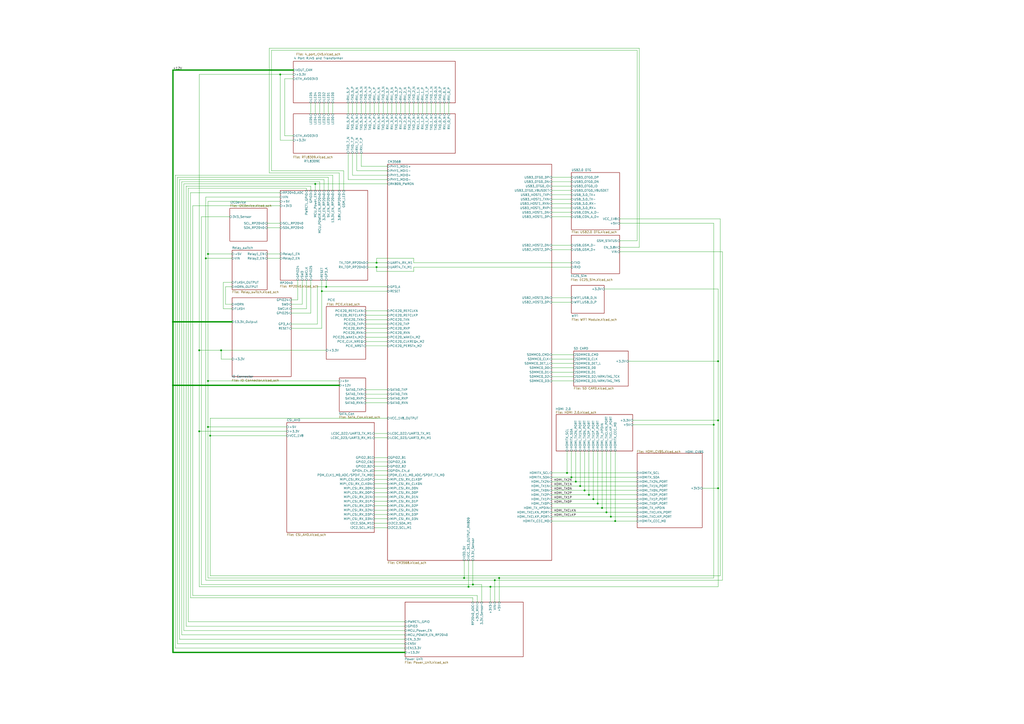
<source format=kicad_sch>
(kicad_sch
	(version 20250114)
	(generator "eeschema")
	(generator_version "9.0")
	(uuid "25e5aa8e-2696-44a3-8d3c-c2c53f2923cf")
	(paper "A2")
	(title_block
		(title "CamTracker")
		(date "2022-09-20")
		(rev "REV1")
		(company "SmartEQ Bilisim")
	)
	(lib_symbols)
	(junction
		(at 287.02 336.55)
		(diameter 0)
		(color 0 0 0 0)
		(uuid "05ccd40e-8bd3-4432-96c3-457b2d765fba")
	)
	(junction
		(at 339.09 284.48)
		(diameter 0)
		(color 0 0 0 0)
		(uuid "0c48fd15-8012-4a0e-95ef-c8fc1e1d31e7")
	)
	(junction
		(at 186.69 168.91)
		(diameter 0)
		(color 0 0 0 0)
		(uuid "11a327ae-6e90-4051-b61a-3ada6950b3ae")
	)
	(junction
		(at 274.32 339.09)
		(diameter 0)
		(color 0 0 0 0)
		(uuid "164d0fd6-645c-4f91-a0d3-0f84a1454417")
	)
	(junction
		(at 346.71 292.1)
		(diameter 0)
		(color 0 0 0 0)
		(uuid "165f9635-4186-48d6-ab9e-20e665c2f0dc")
	)
	(junction
		(at 189.23 166.37)
		(diameter 0)
		(color 0 0 0 0)
		(uuid "1ed2f55b-b906-4d7e-acc8-d1cb1b0fab93")
	)
	(junction
		(at 128.27 203.2)
		(diameter 0)
		(color 0 0 0 0)
		(uuid "22894974-82b4-4025-ad41-652d0ecaf282")
	)
	(junction
		(at 120.65 247.65)
		(diameter 0)
		(color 0 0 0 0)
		(uuid "22df2011-2fa4-4944-98aa-4a9a8d7e864f")
	)
	(junction
		(at 334.01 279.4)
		(diameter 0)
		(color 0 0 0 0)
		(uuid "2475c5a1-0baf-4986-85e4-40f150478cfe")
	)
	(junction
		(at 119.38 149.86)
		(diameter 0)
		(color 0 0 0 0)
		(uuid "29ad0d1d-d824-41cb-a7f7-08eab9880b5f")
	)
	(junction
		(at 341.63 287.02)
		(diameter 0)
		(color 0 0 0 0)
		(uuid "2e312037-87a6-4a7e-b8bc-56ae623f3a48")
	)
	(junction
		(at 349.25 294.64)
		(diameter 0)
		(color 0 0 0 0)
		(uuid "4e139627-e3d6-447d-8164-3bc016172ee4")
	)
	(junction
		(at 289.56 335.28)
		(diameter 0)
		(color 0 0 0 0)
		(uuid "56c22d85-5210-4c17-87d0-bfba7f212d79")
	)
	(junction
		(at 115.57 250.19)
		(diameter 0)
		(color 0 0 0 0)
		(uuid "5dd2e581-df38-437a-9404-c201c682e4a7")
	)
	(junction
		(at 351.79 297.18)
		(diameter 0)
		(color 0 0 0 0)
		(uuid "5ff5ff8a-be96-4405-821c-248fb5e5cc25")
	)
	(junction
		(at 121.92 252.73)
		(diameter 0)
		(color 0 0 0 0)
		(uuid "61bf536d-4e65-4acc-bd01-bb95e18a3a3e")
	)
	(junction
		(at 354.33 299.72)
		(diameter 0)
		(color 0 0 0 0)
		(uuid "7c569fb2-7345-4620-8206-4fee360348a0")
	)
	(junction
		(at 414.02 246.38)
		(diameter 0)
		(color 0 0 0 0)
		(uuid "86627718-c0af-48fe-8178-632d664a5f3d")
	)
	(junction
		(at 416.56 209.55)
		(diameter 0)
		(color 0 0 0 0)
		(uuid "88d5f71e-7134-4cbf-aca1-99c3e1ebcb48")
	)
	(junction
		(at 100.33 223.52)
		(diameter 0)
		(color 0 0 0 0)
		(uuid "93540cd2-ae6d-4cac-9eb1-c54c650a05a2")
	)
	(junction
		(at 416.56 243.84)
		(diameter 0)
		(color 0 0 0 0)
		(uuid "978a96fa-bf39-4852-9f83-afef484b68bf")
	)
	(junction
		(at 100.33 186.69)
		(diameter 0)
		(color 0 0 0 0)
		(uuid "9bc01fe3-73be-4e7b-a622-038a826d1083")
	)
	(junction
		(at 331.47 276.86)
		(diameter 0)
		(color 0 0 0 0)
		(uuid "9f9b1bd5-e264-4c14-8ed3-ff9c3648df7c")
	)
	(junction
		(at 162.56 43.18)
		(diameter 0)
		(color 0 0 0 0)
		(uuid "a16f4d3e-bf77-44fe-b5e8-0be89335ea99")
	)
	(junction
		(at 344.17 289.56)
		(diameter 0)
		(color 0 0 0 0)
		(uuid "b04a1874-1461-405f-84f0-2b86f1c3fa2a")
	)
	(junction
		(at 269.24 335.28)
		(diameter 0)
		(color 0 0 0 0)
		(uuid "b5b4cc13-2abd-42be-ae92-4780fd6916a5")
	)
	(junction
		(at 336.55 281.94)
		(diameter 0)
		(color 0 0 0 0)
		(uuid "bac9280f-689e-47f0-a31e-83180ed91ed4")
	)
	(junction
		(at 218.44 152.4)
		(diameter 0)
		(color 0 0 0 0)
		(uuid "cb745cb5-cc82-4f4b-b42a-fb303d9baef2")
	)
	(junction
		(at 271.78 340.36)
		(diameter 0)
		(color 0 0 0 0)
		(uuid "cbdc8acf-509b-4615-92b9-ea2e2ae6c9fc")
	)
	(junction
		(at 182.88 106.68)
		(diameter 0)
		(color 0 0 0 0)
		(uuid "cc29140e-53cb-4d60-b37c-402c7040312b")
	)
	(junction
		(at 218.44 154.94)
		(diameter 0)
		(color 0 0 0 0)
		(uuid "d3a4b512-6499-4bb9-a498-6553aa443556")
	)
	(junction
		(at 356.87 302.26)
		(diameter 0)
		(color 0 0 0 0)
		(uuid "dfe062f2-3523-4f0b-9f4f-6cc20893e863")
	)
	(junction
		(at 120.65 147.32)
		(diameter 0)
		(color 0 0 0 0)
		(uuid "e435fbac-3aa1-488d-94ec-ff3bb9ceb019")
	)
	(junction
		(at 328.93 274.32)
		(diameter 0)
		(color 0 0 0 0)
		(uuid "e8938bd3-b576-415d-b19a-48d4fba61a01")
	)
	(junction
		(at 120.65 220.98)
		(diameter 0)
		(color 0 0 0 0)
		(uuid "f28c006a-8e81-4a5c-9e65-75f91d353fc8")
	)
	(junction
		(at 115.57 203.2)
		(diameter 0)
		(color 0 0 0 0)
		(uuid "f555ad56-9e9a-4cb1-88c9-fcfe9d1a2cee")
	)
	(junction
		(at 416.56 283.21)
		(diameter 0)
		(color 0 0 0 0)
		(uuid "fd7d86e0-4577-4a0f-9830-48bd6d738f76")
	)
	(junction
		(at 284.48 340.36)
		(diameter 0)
		(color 0 0 0 0)
		(uuid "ff72095c-8594-4662-96e6-d6029abcdc79")
	)
	(wire
		(pts
			(xy 212.09 180.34) (xy 224.79 180.34)
		)
		(stroke
			(width 0)
			(type default)
		)
		(uuid "00f1d472-6855-4514-a20c-b2f852bfef69")
	)
	(wire
		(pts
			(xy 359.41 143.51) (xy 370.84 143.51)
		)
		(stroke
			(width 0)
			(type default)
		)
		(uuid "01381e51-666c-4910-adc4-e6ee72041732")
	)
	(wire
		(pts
			(xy 184.15 187.96) (xy 184.15 166.37)
		)
		(stroke
			(width 0)
			(type default)
		)
		(uuid "01c709e3-d9c6-4590-84ea-7f4b7f7f8ea6")
	)
	(wire
		(pts
			(xy 100.33 378.46) (xy 234.95 378.46)
		)
		(stroke
			(width 0.762)
			(type default)
		)
		(uuid "04000c45-4300-4d99-ae2d-1146e98ebfdd")
	)
	(wire
		(pts
			(xy 331.47 276.86) (xy 369.57 276.86)
		)
		(stroke
			(width 0)
			(type default)
		)
		(uuid "04396be7-ca86-44f3-81db-1568c60bda3c")
	)
	(wire
		(pts
			(xy 212.09 233.68) (xy 224.79 233.68)
		)
		(stroke
			(width 0)
			(type default)
		)
		(uuid "065a8307-4904-4b28-bd6d-8192a474b03e")
	)
	(wire
		(pts
			(xy 120.65 116.84) (xy 120.65 147.32)
		)
		(stroke
			(width 0)
			(type default)
		)
		(uuid "06b757b0-3376-4652-a709-0f0afeac3102")
	)
	(wire
		(pts
			(xy 180.34 107.95) (xy 107.95 107.95)
		)
		(stroke
			(width 0)
			(type default)
		)
		(uuid "0708a203-04d7-4305-a3b7-d4eadc4df745")
	)
	(wire
		(pts
			(xy 320.04 287.02) (xy 341.63 287.02)
		)
		(stroke
			(width 0)
			(type default)
		)
		(uuid "0792ba6a-899e-4837-a452-8a5c0d5f63ce")
	)
	(wire
		(pts
			(xy 170.18 40.64) (xy 100.33 40.64)
		)
		(stroke
			(width 0.762)
			(type default)
		)
		(uuid "088588b7-3a26-43f6-b7da-74307a288db8")
	)
	(wire
		(pts
			(xy 201.93 59.69) (xy 201.93 66.04)
		)
		(stroke
			(width 0)
			(type default)
		)
		(uuid "09aa5386-abc3-4697-9877-85c664826dff")
	)
	(wire
		(pts
			(xy 320.04 142.24) (xy 331.47 142.24)
		)
		(stroke
			(width 0)
			(type default)
		)
		(uuid "0bc14050-a394-42f1-a16f-0916793c695b")
	)
	(wire
		(pts
			(xy 120.65 335.28) (xy 269.24 335.28)
		)
		(stroke
			(width 0)
			(type default)
		)
		(uuid "0c4e9166-4146-42bd-a852-4698b552baa5")
	)
	(wire
		(pts
			(xy 320.04 294.64) (xy 349.25 294.64)
		)
		(stroke
			(width 0)
			(type default)
		)
		(uuid "0c848815-b46f-4a95-9a15-e1cf563d1bd8")
	)
	(wire
		(pts
			(xy 115.57 250.19) (xy 166.37 250.19)
		)
		(stroke
			(width 0)
			(type default)
		)
		(uuid "0d289b53-50c4-4480-8bea-86825d271236")
	)
	(wire
		(pts
			(xy 162.56 43.18) (xy 115.57 43.18)
		)
		(stroke
			(width 0)
			(type default)
		)
		(uuid "0df96686-1ce7-48f2-9b48-f29f2595b825")
	)
	(wire
		(pts
			(xy 199.39 99.06) (xy 199.39 110.49)
		)
		(stroke
			(width 0)
			(type default)
		)
		(uuid "0f06c353-0a36-4c3d-bcdb-06cd92c9f2b4")
	)
	(wire
		(pts
			(xy 240.03 157.48) (xy 218.44 157.48)
		)
		(stroke
			(width 0)
			(type default)
		)
		(uuid "0f4bcd4f-1d11-45a7-9bac-202b0f31225d")
	)
	(wire
		(pts
			(xy 369.57 29.21) (xy 369.57 139.7)
		)
		(stroke
			(width 0)
			(type default)
		)
		(uuid "105f742c-77a2-443a-9855-e03b3339c79e")
	)
	(wire
		(pts
			(xy 416.56 243.84) (xy 416.56 283.21)
		)
		(stroke
			(width 0)
			(type default)
		)
		(uuid "1099ed32-e880-4e1b-9088-4e09aebfc12f")
	)
	(wire
		(pts
			(xy 201.93 104.14) (xy 201.93 88.9)
		)
		(stroke
			(width 0)
			(type default)
		)
		(uuid "123fc5fd-25f7-426a-be28-2976f7da1108")
	)
	(wire
		(pts
			(xy 416.56 167.64) (xy 416.56 209.55)
		)
		(stroke
			(width 0)
			(type default)
		)
		(uuid "12a17c5f-d936-47f8-b433-3c1331758f14")
	)
	(wire
		(pts
			(xy 157.48 99.06) (xy 199.39 99.06)
		)
		(stroke
			(width 0)
			(type default)
		)
		(uuid "13c98f61-f9ff-44d4-9d99-0b4b31aa486f")
	)
	(wire
		(pts
			(xy 257.81 59.69) (xy 257.81 66.04)
		)
		(stroke
			(width 0)
			(type default)
		)
		(uuid "143d9e22-422d-440e-aad1-e9e77c69136d")
	)
	(wire
		(pts
			(xy 162.56 43.18) (xy 170.18 43.18)
		)
		(stroke
			(width 0)
			(type default)
		)
		(uuid "15a28885-1116-491e-864f-9618da2b0846")
	)
	(wire
		(pts
			(xy 180.34 110.49) (xy 180.34 107.95)
		)
		(stroke
			(width 0)
			(type default)
		)
		(uuid "1a847aa9-a757-4bc5-a0dc-6e525153c607")
	)
	(wire
		(pts
			(xy 115.57 43.18) (xy 115.57 203.2)
		)
		(stroke
			(width 0)
			(type default)
		)
		(uuid "1cd02e35-aaef-400a-81c1-7fae0b3040e0")
	)
	(wire
		(pts
			(xy 364.49 209.55) (xy 416.56 209.55)
		)
		(stroke
			(width 0)
			(type default)
		)
		(uuid "1edd2137-788f-4890-ba93-127568bd9f83")
	)
	(wire
		(pts
			(xy 274.32 325.12) (xy 274.32 339.09)
		)
		(stroke
			(width 0)
			(type default)
		)
		(uuid "1f30935c-b478-4a56-a2cd-318b7bd5fd9e")
	)
	(wire
		(pts
			(xy 217.17 265.43) (xy 224.79 265.43)
		)
		(stroke
			(width 0)
			(type default)
		)
		(uuid "1f481409-a10d-41b1-93a3-5baec511159d")
	)
	(wire
		(pts
			(xy 284.48 340.36) (xy 416.56 340.36)
		)
		(stroke
			(width 0)
			(type default)
		)
		(uuid "1f8e099a-4993-44d2-9aec-34443a0381f3")
	)
	(wire
		(pts
			(xy 320.04 113.03) (xy 331.47 113.03)
		)
		(stroke
			(width 0)
			(type default)
		)
		(uuid "208b9cf1-37e7-4ad7-b45f-cc557eb775a5")
	)
	(wire
		(pts
			(xy 219.71 59.69) (xy 219.71 66.04)
		)
		(stroke
			(width 0)
			(type default)
		)
		(uuid "20e2921e-3381-4857-a918-ce88680847df")
	)
	(wire
		(pts
			(xy 331.47 154.94) (xy 240.03 154.94)
		)
		(stroke
			(width 0)
			(type default)
		)
		(uuid "239a0edd-7d43-44a9-b2d3-8a97b7cad6fb")
	)
	(wire
		(pts
			(xy 187.96 110.49) (xy 187.96 104.14)
		)
		(stroke
			(width 0)
			(type default)
		)
		(uuid "23dc6c3c-8551-41c3-9c33-4e48b7a454c9")
	)
	(wire
		(pts
			(xy 269.24 325.12) (xy 269.24 335.28)
		)
		(stroke
			(width 0)
			(type default)
		)
		(uuid "23f967c1-616e-473a-8ff8-a29484e5228e")
	)
	(wire
		(pts
			(xy 351.79 261.62) (xy 351.79 297.18)
		)
		(stroke
			(width 0)
			(type default)
		)
		(uuid "24885e3e-9c7a-4385-9812-64e163af6979")
	)
	(wire
		(pts
			(xy 102.87 373.38) (xy 234.95 373.38)
		)
		(stroke
			(width 0)
			(type default)
		)
		(uuid "24f71e8f-cb99-4b83-8512-e4855dddea44")
	)
	(wire
		(pts
			(xy 134.62 208.28) (xy 128.27 208.28)
		)
		(stroke
			(width 0)
			(type default)
		)
		(uuid "24fbd47c-13e2-4d78-ae5b-9ab11a2f3969")
	)
	(wire
		(pts
			(xy 101.6 101.6) (xy 193.04 101.6)
		)
		(stroke
			(width 0)
			(type default)
		)
		(uuid "265f40d6-9502-4402-bfdd-31f0a3abd7d1")
	)
	(wire
		(pts
			(xy 346.71 292.1) (xy 369.57 292.1)
		)
		(stroke
			(width 0)
			(type default)
		)
		(uuid "266b188a-7434-495d-b50b-9aef7619b06c")
	)
	(wire
		(pts
			(xy 134.62 166.37) (xy 130.81 166.37)
		)
		(stroke
			(width 0)
			(type default)
		)
		(uuid "295de9d9-0049-4e06-9d63-48a2ccb3d1de")
	)
	(wire
		(pts
			(xy 217.17 267.97) (xy 224.79 267.97)
		)
		(stroke
			(width 0)
			(type default)
		)
		(uuid "297c2b2d-4174-4aa0-9760-21155f5ba0ef")
	)
	(wire
		(pts
			(xy 217.17 254) (xy 224.79 254)
		)
		(stroke
			(width 0)
			(type default)
		)
		(uuid "29a9a1b3-c933-4743-8313-832544c033a5")
	)
	(wire
		(pts
			(xy 190.5 110.49) (xy 190.5 102.87)
		)
		(stroke
			(width 0)
			(type default)
		)
		(uuid "29cd1de0-9a31-4d70-94e0-6781c64d15d3")
	)
	(wire
		(pts
			(xy 162.56 81.28) (xy 162.56 43.18)
		)
		(stroke
			(width 0)
			(type default)
		)
		(uuid "2e3cd7bd-4f67-4215-8630-0ed1622ab124")
	)
	(wire
		(pts
			(xy 414.02 246.38) (xy 414.02 335.28)
		)
		(stroke
			(width 0)
			(type default)
		)
		(uuid "2e852074-27e3-4d21-8cbc-ef32ea339792")
	)
	(wire
		(pts
			(xy 185.42 105.41) (xy 105.41 105.41)
		)
		(stroke
			(width 0)
			(type default)
		)
		(uuid "2f56d972-bdf7-410b-b9cd-1c337b2dfedb")
	)
	(wire
		(pts
			(xy 217.17 298.45) (xy 224.79 298.45)
		)
		(stroke
			(width 0)
			(type default)
		)
		(uuid "30471d6b-193e-424c-92c0-a11d53f7ee36")
	)
	(wire
		(pts
			(xy 356.87 261.62) (xy 356.87 302.26)
		)
		(stroke
			(width 0)
			(type default)
		)
		(uuid "309a67d4-d9ef-4bb5-a7f9-0f6958ab47c3")
	)
	(wire
		(pts
			(xy 212.09 190.5) (xy 224.79 190.5)
		)
		(stroke
			(width 0)
			(type default)
		)
		(uuid "33875764-892e-4b30-a27d-a24ffb0e78a3")
	)
	(wire
		(pts
			(xy 168.91 181.61) (xy 180.34 181.61)
		)
		(stroke
			(width 0)
			(type default)
		)
		(uuid "3389acd1-e066-4bfc-9095-04bc985f4503")
	)
	(wire
		(pts
			(xy 217.17 295.91) (xy 224.79 295.91)
		)
		(stroke
			(width 0)
			(type default)
		)
		(uuid "34542776-0019-418e-87cf-0f89f966d908")
	)
	(wire
		(pts
			(xy 217.17 273.05) (xy 224.79 273.05)
		)
		(stroke
			(width 0)
			(type default)
		)
		(uuid "355cb148-2393-40aa-badd-57700521bde2")
	)
	(wire
		(pts
			(xy 320.04 220.98) (xy 332.74 220.98)
		)
		(stroke
			(width 0)
			(type default)
		)
		(uuid "36179b58-7e4a-45c7-84ac-03fcd0cbdf01")
	)
	(wire
		(pts
			(xy 350.52 167.64) (xy 416.56 167.64)
		)
		(stroke
			(width 0)
			(type default)
		)
		(uuid "37be5aab-484a-4fac-9945-659231ceb73d")
	)
	(wire
		(pts
			(xy 212.09 198.12) (xy 224.79 198.12)
		)
		(stroke
			(width 0)
			(type default)
		)
		(uuid "380bc696-b1a9-4a9a-9c93-fc9cdc9b9cd5")
	)
	(wire
		(pts
			(xy 320.04 289.56) (xy 344.17 289.56)
		)
		(stroke
			(width 0)
			(type default)
		)
		(uuid "38390db7-5bfa-4fbc-ba06-24fe59a75605")
	)
	(wire
		(pts
			(xy 180.34 59.69) (xy 180.34 66.04)
		)
		(stroke
			(width 0)
			(type default)
		)
		(uuid "396c5b5b-b293-4835-b6ec-08ca5fd38848")
	)
	(wire
		(pts
			(xy 190.5 102.87) (xy 102.87 102.87)
		)
		(stroke
			(width 0)
			(type default)
		)
		(uuid "39ec4969-5909-4e1d-9646-0f642b57a5e9")
	)
	(wire
		(pts
			(xy 279.4 339.09) (xy 279.4 349.25)
		)
		(stroke
			(width 0)
			(type default)
		)
		(uuid "3b680bbb-a0cf-4323-9c90-39ab4d03557e")
	)
	(wire
		(pts
			(xy 190.5 59.69) (xy 190.5 66.04)
		)
		(stroke
			(width 0)
			(type default)
		)
		(uuid "3d069700-b651-47f8-bc84-3d82bee26341")
	)
	(wire
		(pts
			(xy 417.83 127) (xy 417.83 334.01)
		)
		(stroke
			(width 0)
			(type default)
		)
		(uuid "3ec6fb06-54fd-41f6-b42f-225abda190b3")
	)
	(wire
		(pts
			(xy 217.17 300.99) (xy 224.79 300.99)
		)
		(stroke
			(width 0)
			(type default)
		)
		(uuid "3fd25c9f-552c-4724-95b8-6b07f4e5313f")
	)
	(wire
		(pts
			(xy 354.33 261.62) (xy 354.33 299.72)
		)
		(stroke
			(width 0)
			(type default)
		)
		(uuid "4166c27c-b583-4ccf-bd1f-2eda6ec928c2")
	)
	(wire
		(pts
			(xy 154.94 149.86) (xy 162.56 149.86)
		)
		(stroke
			(width 0)
			(type default)
		)
		(uuid "41b76bd6-1064-413a-9782-a415447e7a64")
	)
	(wire
		(pts
			(xy 416.56 340.36) (xy 416.56 283.21)
		)
		(stroke
			(width 0)
			(type default)
		)
		(uuid "42e217f6-df8d-410e-841a-ad05c77549ee")
	)
	(wire
		(pts
			(xy 156.21 27.94) (xy 156.21 100.33)
		)
		(stroke
			(width 0)
			(type default)
		)
		(uuid "43998b09-ac38-4d48-9928-ed2f6732a62f")
	)
	(wire
		(pts
			(xy 341.63 287.02) (xy 369.57 287.02)
		)
		(stroke
			(width 0)
			(type default)
		)
		(uuid "4425d80c-677d-4640-9a08-27e8aec9ca36")
	)
	(wire
		(pts
			(xy 217.17 303.53) (xy 224.79 303.53)
		)
		(stroke
			(width 0)
			(type default)
		)
		(uuid "443655fe-fb0e-4542-b6fc-d1e5e43093a7")
	)
	(wire
		(pts
			(xy 320.04 107.95) (xy 331.47 107.95)
		)
		(stroke
			(width 0)
			(type default)
		)
		(uuid "443f38c0-ee6a-4e48-a47a-cc244534be8c")
	)
	(wire
		(pts
			(xy 193.04 110.49) (xy 193.04 101.6)
		)
		(stroke
			(width 0)
			(type default)
		)
		(uuid "4459ec10-bbc1-4922-8a70-cb5d19d2a6d0")
	)
	(wire
		(pts
			(xy 185.42 110.49) (xy 185.42 105.41)
		)
		(stroke
			(width 0)
			(type default)
		)
		(uuid "44e9cf64-5cda-4d41-9287-82b3a8f80803")
	)
	(wire
		(pts
			(xy 212.09 200.66) (xy 224.79 200.66)
		)
		(stroke
			(width 0)
			(type default)
		)
		(uuid "46bc9562-5fa5-406b-8581-c997c92d8bfd")
	)
	(wire
		(pts
			(xy 217.17 59.69) (xy 217.17 66.04)
		)
		(stroke
			(width 0)
			(type default)
		)
		(uuid "46e5529d-2499-4650-a5cc-2533bc08370d")
	)
	(wire
		(pts
			(xy 367.03 246.38) (xy 414.02 246.38)
		)
		(stroke
			(width 0)
			(type default)
		)
		(uuid "46fc3af6-f332-44ff-b214-c8ee2840c27b")
	)
	(wire
		(pts
			(xy 328.93 261.62) (xy 328.93 274.32)
		)
		(stroke
			(width 0)
			(type default)
		)
		(uuid "47995e95-c1f6-45e4-acc5-904050eab09e")
	)
	(wire
		(pts
			(xy 370.84 143.51) (xy 370.84 27.94)
		)
		(stroke
			(width 0)
			(type default)
		)
		(uuid "4905b4ff-bcfa-44e0-aa18-bdfe51975a72")
	)
	(wire
		(pts
			(xy 109.22 109.22) (xy 109.22 360.68)
		)
		(stroke
			(width 0)
			(type default)
		)
		(uuid "4ca07640-f2a0-4661-8fcb-3e026c02ba60")
	)
	(wire
		(pts
			(xy 222.25 59.69) (xy 222.25 66.04)
		)
		(stroke
			(width 0)
			(type default)
		)
		(uuid "4ec72820-c250-483a-818e-b8e0d8c80a84")
	)
	(wire
		(pts
			(xy 100.33 223.52) (xy 196.85 223.52)
		)
		(stroke
			(width 0.762)
			(type default)
		)
		(uuid "4fa6f5b0-1056-49d1-af34-7c172fdfb2be")
	)
	(wire
		(pts
			(xy 217.17 293.37) (xy 224.79 293.37)
		)
		(stroke
			(width 0)
			(type default)
		)
		(uuid "51741500-e095-475c-a0fc-70c9dcc4836b")
	)
	(wire
		(pts
			(xy 207.01 59.69) (xy 207.01 66.04)
		)
		(stroke
			(width 0)
			(type default)
		)
		(uuid "521bfa9d-99b6-4903-94c3-b3a13df7c52e")
	)
	(wire
		(pts
			(xy 320.04 125.73) (xy 331.47 125.73)
		)
		(stroke
			(width 0)
			(type default)
		)
		(uuid "52706ea5-46d1-4401-a912-e9280f8ec108")
	)
	(wire
		(pts
			(xy 320.04 284.48) (xy 339.09 284.48)
		)
		(stroke
			(width 0)
			(type default)
		)
		(uuid "53b804d3-ee4a-42fa-ba33-1951333c2e56")
	)
	(wire
		(pts
			(xy 414.02 129.54) (xy 359.41 129.54)
		)
		(stroke
			(width 0)
			(type default)
		)
		(uuid "5520393c-88ee-42e7-ba29-ed01b4a6dc92")
	)
	(wire
		(pts
			(xy 186.69 162.56) (xy 186.69 168.91)
		)
		(stroke
			(width 0)
			(type default)
		)
		(uuid "57bbd18b-fcfe-49bb-9542-f50c95d33a35")
	)
	(wire
		(pts
			(xy 237.49 59.69) (xy 237.49 66.04)
		)
		(stroke
			(width 0)
			(type default)
		)
		(uuid "59bae338-7369-41f9-8215-f37aa0bbc2b3")
	)
	(wire
		(pts
			(xy 212.09 187.96) (xy 224.79 187.96)
		)
		(stroke
			(width 0)
			(type default)
		)
		(uuid "59ce2561-aa1e-45fb-a64d-11f891e05d2c")
	)
	(wire
		(pts
			(xy 177.8 110.49) (xy 177.8 109.22)
		)
		(stroke
			(width 0)
			(type default)
		)
		(uuid "59d3e6e1-61f1-44ca-a5eb-257d45448558")
	)
	(wire
		(pts
			(xy 320.04 299.72) (xy 354.33 299.72)
		)
		(stroke
			(width 0)
			(type default)
		)
		(uuid "5b09429f-19ea-4237-ae35-6e8d63d279ea")
	)
	(wire
		(pts
			(xy 320.04 175.26) (xy 331.47 175.26)
		)
		(stroke
			(width 0)
			(type default)
		)
		(uuid "5b9a5f17-cd10-4874-8e2a-954febcf1b9a")
	)
	(wire
		(pts
			(xy 209.55 96.52) (xy 224.79 96.52)
		)
		(stroke
			(width 0)
			(type default)
		)
		(uuid "5b9c7434-4ad4-433b-b299-d09c3727ae02")
	)
	(wire
		(pts
			(xy 115.57 203.2) (xy 115.57 250.19)
		)
		(stroke
			(width 0)
			(type default)
		)
		(uuid "5c7cbc1a-0933-4b39-8830-3a61f1ad7640")
	)
	(wire
		(pts
			(xy 227.33 59.69) (xy 227.33 66.04)
		)
		(stroke
			(width 0)
			(type default)
		)
		(uuid "5e32532e-42b3-4652-8727-d30a8374f200")
	)
	(wire
		(pts
			(xy 185.42 59.69) (xy 185.42 66.04)
		)
		(stroke
			(width 0)
			(type default)
		)
		(uuid "618947e7-c4d2-48cf-a3d1-7d699f3cd388")
	)
	(wire
		(pts
			(xy 287.02 336.55) (xy 419.1 336.55)
		)
		(stroke
			(width 0)
			(type default)
		)
		(uuid "618d020f-5703-4574-bb96-dc733476ca26")
	)
	(wire
		(pts
			(xy 120.65 247.65) (xy 120.65 335.28)
		)
		(stroke
			(width 0)
			(type default)
		)
		(uuid "61c92952-3a32-4e55-8f35-71b81e4f3041")
	)
	(wire
		(pts
			(xy 320.04 120.65) (xy 331.47 120.65)
		)
		(stroke
			(width 0)
			(type default)
		)
		(uuid "61f315a5-73a3-4d79-9a29-d14ba06223fe")
	)
	(wire
		(pts
			(xy 359.41 139.7) (xy 369.57 139.7)
		)
		(stroke
			(width 0)
			(type default)
		)
		(uuid "622d5fed-9890-4323-9f49-c8cea1cc3995")
	)
	(wire
		(pts
			(xy 162.56 116.84) (xy 120.65 116.84)
		)
		(stroke
			(width 0)
			(type default)
		)
		(uuid "63c60f4a-dd09-4e87-ab80-011cd38dc181")
	)
	(wire
		(pts
			(xy 168.91 190.5) (xy 186.69 190.5)
		)
		(stroke
			(width 0)
			(type default)
		)
		(uuid "651a8a04-2e15-4471-83a8-945922b2055a")
	)
	(wire
		(pts
			(xy 165.1 45.72) (xy 170.18 45.72)
		)
		(stroke
			(width 0)
			(type default)
		)
		(uuid "65a963eb-11cd-4a8f-95d7-468a081ee5fc")
	)
	(wire
		(pts
			(xy 341.63 261.62) (xy 341.63 287.02)
		)
		(stroke
			(width 0)
			(type default)
		)
		(uuid "664eab52-d741-4941-9d30-7b71923136eb")
	)
	(wire
		(pts
			(xy 170.18 78.74) (xy 165.1 78.74)
		)
		(stroke
			(width 0)
			(type default)
		)
		(uuid "66852e35-0b5a-4e4e-881c-5bae44a901c7")
	)
	(wire
		(pts
			(xy 271.78 325.12) (xy 271.78 340.36)
		)
		(stroke
			(width 0)
			(type default)
		)
		(uuid "66ca0e91-5195-427c-8e60-a8ac732e3eac")
	)
	(wire
		(pts
			(xy 320.04 208.28) (xy 332.74 208.28)
		)
		(stroke
			(width 0)
			(type default)
		)
		(uuid "67cd541a-e9f3-4116-8a88-c6da000d001d")
	)
	(wire
		(pts
			(xy 217.17 285.75) (xy 224.79 285.75)
		)
		(stroke
			(width 0)
			(type default)
		)
		(uuid "67f5a0ac-53b4-460c-819d-cfe2dbd99acf")
	)
	(wire
		(pts
			(xy 156.21 100.33) (xy 196.85 100.33)
		)
		(stroke
			(width 0)
			(type default)
		)
		(uuid "68739306-e2a7-4c50-9b5a-63a4ad6bf805")
	)
	(wire
		(pts
			(xy 204.47 59.69) (xy 204.47 66.04)
		)
		(stroke
			(width 0)
			(type default)
		)
		(uuid "6f052b6e-2092-4ad9-a150-476700c59297")
	)
	(wire
		(pts
			(xy 334.01 261.62) (xy 334.01 279.4)
		)
		(stroke
			(width 0)
			(type default)
		)
		(uuid "6f248b79-4cae-45de-80ae-2dc06a0802a9")
	)
	(wire
		(pts
			(xy 320.04 215.9) (xy 332.74 215.9)
		)
		(stroke
			(width 0)
			(type default)
		)
		(uuid "702cb839-78fc-474b-8a0f-3eda987eb5d2")
	)
	(wire
		(pts
			(xy 320.04 110.49) (xy 331.47 110.49)
		)
		(stroke
			(width 0)
			(type default)
		)
		(uuid "71ff1d3a-570f-4f2f-998e-3e6b369dc3af")
	)
	(wire
		(pts
			(xy 110.49 346.71) (xy 274.32 346.71)
		)
		(stroke
			(width 0)
			(type default)
		)
		(uuid "72ce8d0a-5091-4f5e-b9fb-1f43ea2e45e5")
	)
	(wire
		(pts
			(xy 129.54 163.83) (xy 134.62 163.83)
		)
		(stroke
			(width 0)
			(type default)
		)
		(uuid "72f82ebe-e3b7-447c-b210-34697dad4b2b")
	)
	(wire
		(pts
			(xy 217.17 275.59) (xy 224.79 275.59)
		)
		(stroke
			(width 0)
			(type default)
		)
		(uuid "734ca54a-08a0-492a-b2b1-b82bfc8850ce")
	)
	(wire
		(pts
			(xy 320.04 297.18) (xy 351.79 297.18)
		)
		(stroke
			(width 0)
			(type default)
		)
		(uuid "74890083-62d2-4780-82c0-cff4ca0ddb4b")
	)
	(wire
		(pts
			(xy 218.44 154.94) (xy 224.79 154.94)
		)
		(stroke
			(width 0)
			(type default)
		)
		(uuid "74e42c47-9ac1-4fdf-a498-0ddc17c3dc96")
	)
	(wire
		(pts
			(xy 120.65 247.65) (xy 166.37 247.65)
		)
		(stroke
			(width 0)
			(type default)
		)
		(uuid "7882033f-a641-45bd-a5c0-e034d8326592")
	)
	(wire
		(pts
			(xy 320.04 274.32) (xy 328.93 274.32)
		)
		(stroke
			(width 0)
			(type default)
		)
		(uuid "78b5fee9-bfb9-4d6d-a8a8-0806d875e0a7")
	)
	(wire
		(pts
			(xy 154.94 132.08) (xy 162.56 132.08)
		)
		(stroke
			(width 0)
			(type default)
		)
		(uuid "7a5bffcf-b45b-4ce3-ab75-70f939ddc9ef")
	)
	(wire
		(pts
			(xy 224.79 104.14) (xy 201.93 104.14)
		)
		(stroke
			(width 0)
			(type default)
		)
		(uuid "7b8b093a-ef7b-455a-9116-cb37b18aaa3f")
	)
	(wire
		(pts
			(xy 212.09 182.88) (xy 224.79 182.88)
		)
		(stroke
			(width 0)
			(type default)
		)
		(uuid "7b9524e9-341c-474f-a1dc-1c0c7f4847af")
	)
	(wire
		(pts
			(xy 212.09 226.06) (xy 224.79 226.06)
		)
		(stroke
			(width 0)
			(type default)
		)
		(uuid "7bb5ff6d-0c7c-46b7-848b-786c0824bf48")
	)
	(wire
		(pts
			(xy 212.09 59.69) (xy 212.09 66.04)
		)
		(stroke
			(width 0)
			(type default)
		)
		(uuid "7cf19e35-e2fd-4e6c-a12b-c5e062fa604f")
	)
	(wire
		(pts
			(xy 370.84 27.94) (xy 156.21 27.94)
		)
		(stroke
			(width 0)
			(type default)
		)
		(uuid "7cfc8054-b9f0-4524-8589-2cf5fc46fc59")
	)
	(wire
		(pts
			(xy 180.34 181.61) (xy 180.34 162.56)
		)
		(stroke
			(width 0)
			(type default)
		)
		(uuid "7d8be995-46dc-47f4-900f-8137738b85d8")
	)
	(wire
		(pts
			(xy 116.84 125.73) (xy 116.84 339.09)
		)
		(stroke
			(width 0)
			(type default)
		)
		(uuid "7df580a6-c11d-480d-adaf-1c5a81dafc65")
	)
	(wire
		(pts
			(xy 204.47 101.6) (xy 224.79 101.6)
		)
		(stroke
			(width 0)
			(type default)
		)
		(uuid "7ecece2d-aaef-49e1-ac00-1fadb151e96c")
	)
	(wire
		(pts
			(xy 320.04 118.11) (xy 331.47 118.11)
		)
		(stroke
			(width 0)
			(type default)
		)
		(uuid "7ef063bc-a5a0-474c-8dad-ca8b5660db71")
	)
	(wire
		(pts
			(xy 356.87 302.26) (xy 369.57 302.26)
		)
		(stroke
			(width 0)
			(type default)
		)
		(uuid "7f6dc974-537d-4f21-ab44-848c6eff4d4e")
	)
	(wire
		(pts
			(xy 224.79 242.57) (xy 121.92 242.57)
		)
		(stroke
			(width 0)
			(type default)
		)
		(uuid "814050a7-a271-41a1-8c05-74612f48cfe7")
	)
	(wire
		(pts
			(xy 344.17 261.62) (xy 344.17 289.56)
		)
		(stroke
			(width 0)
			(type default)
		)
		(uuid "82660403-93dd-47ef-b00d-6ee53be8c481")
	)
	(wire
		(pts
			(xy 320.04 123.19) (xy 331.47 123.19)
		)
		(stroke
			(width 0)
			(type default)
		)
		(uuid "8267871c-e7d6-4912-8e9d-d227b0c353c1")
	)
	(wire
		(pts
			(xy 212.09 231.14) (xy 224.79 231.14)
		)
		(stroke
			(width 0)
			(type default)
		)
		(uuid "828bf1ed-b136-4f2d-9aa4-f8200e10998d")
	)
	(wire
		(pts
			(xy 101.6 101.6) (xy 101.6 375.92)
		)
		(stroke
			(width 0)
			(type default)
		)
		(uuid "831d1ff8-4a3f-46e5-8cce-f57bc7a4890b")
	)
	(wire
		(pts
			(xy 193.04 59.69) (xy 193.04 66.04)
		)
		(stroke
			(width 0)
			(type default)
		)
		(uuid "836d6dbd-5075-4468-9778-cea95b119b7f")
	)
	(wire
		(pts
			(xy 162.56 111.76) (xy 110.49 111.76)
		)
		(stroke
			(width 0)
			(type default)
		)
		(uuid "841d1bb9-16d7-403e-828c-34a65e747b82")
	)
	(wire
		(pts
			(xy 234.95 59.69) (xy 234.95 66.04)
		)
		(stroke
			(width 0)
			(type default)
		)
		(uuid "843b6e38-528f-4a03-89b8-25b9ec6bea5d")
	)
	(wire
		(pts
			(xy 339.09 261.62) (xy 339.09 284.48)
		)
		(stroke
			(width 0)
			(type default)
		)
		(uuid "854cecbc-48c6-4b5a-ba4b-b1db0d350b58")
	)
	(wire
		(pts
			(xy 320.04 292.1) (xy 346.71 292.1)
		)
		(stroke
			(width 0)
			(type default)
		)
		(uuid "856aa928-50b6-472e-8e46-21ac193925a1")
	)
	(wire
		(pts
			(xy 320.04 302.26) (xy 356.87 302.26)
		)
		(stroke
			(width 0)
			(type default)
		)
		(uuid "85a42a2c-3324-4e5e-bfa5-91c5337750c8")
	)
	(wire
		(pts
			(xy 320.04 281.94) (xy 336.55 281.94)
		)
		(stroke
			(width 0)
			(type default)
		)
		(uuid "85ad77d4-a03c-45ed-92c4-770ac4863b0d")
	)
	(wire
		(pts
			(xy 101.6 375.92) (xy 234.95 375.92)
		)
		(stroke
			(width 0)
			(type default)
		)
		(uuid "8706d87e-578c-4dca-a8fb-403b52ad6447")
	)
	(wire
		(pts
			(xy 218.44 157.48) (xy 218.44 154.94)
		)
		(stroke
			(width 0)
			(type default)
		)
		(uuid "88f224c6-5260-4891-86ec-a53e8bbf4b86")
	)
	(wire
		(pts
			(xy 419.1 336.55) (xy 419.1 146.05)
		)
		(stroke
			(width 0)
			(type default)
		)
		(uuid "891687f3-8dfe-4b72-a003-e8d27474ca8a")
	)
	(wire
		(pts
			(xy 419.1 146.05) (xy 359.41 146.05)
		)
		(stroke
			(width 0)
			(type default)
		)
		(uuid "89420d21-b693-4f07-a0b7-deb6cb9e201d")
	)
	(wire
		(pts
			(xy 102.87 102.87) (xy 102.87 373.38)
		)
		(stroke
			(width 0)
			(type default)
		)
		(uuid "89bb9a53-ee47-471e-9938-848845ffe4e6")
	)
	(wire
		(pts
			(xy 104.14 104.14) (xy 104.14 370.84)
		)
		(stroke
			(width 0)
			(type default)
		)
		(uuid "8bb3c383-50de-405e-8585-1da7020fb1ef")
	)
	(wire
		(pts
			(xy 212.09 228.6) (xy 224.79 228.6)
		)
		(stroke
			(width 0)
			(type default)
		)
		(uuid "8cce8938-6cfa-4d74-ac09-fb0a89b6a0e9")
	)
	(wire
		(pts
			(xy 177.8 179.07) (xy 168.91 179.07)
		)
		(stroke
			(width 0)
			(type default)
		)
		(uuid "8d1f0616-680f-42d4-9bdf-6bc5c115a915")
	)
	(wire
		(pts
			(xy 414.02 246.38) (xy 414.02 129.54)
		)
		(stroke
			(width 0)
			(type default)
		)
		(uuid "8fb56a82-9cee-481c-a9a1-9644b714bd73")
	)
	(wire
		(pts
			(xy 209.55 88.9) (xy 209.55 96.52)
		)
		(stroke
			(width 0)
			(type default)
		)
		(uuid "9063a200-cb9f-4746-87f4-2992d22f04d4")
	)
	(wire
		(pts
			(xy 154.94 129.54) (xy 162.56 129.54)
		)
		(stroke
			(width 0)
			(type default)
		)
		(uuid "90d94051-c289-4c98-ba57-4abc90e33861")
	)
	(wire
		(pts
			(xy 250.19 59.69) (xy 250.19 66.04)
		)
		(stroke
			(width 0)
			(type default)
		)
		(uuid "913dcc6c-a0b3-44f4-b02d-35267e54ac86")
	)
	(wire
		(pts
			(xy 240.03 154.94) (xy 240.03 157.48)
		)
		(stroke
			(width 0)
			(type default)
		)
		(uuid "914601c1-fe0c-432f-9bb6-d11fb81a520f")
	)
	(wire
		(pts
			(xy 336.55 261.62) (xy 336.55 281.94)
		)
		(stroke
			(width 0)
			(type default)
		)
		(uuid "94dd4493-95ad-47a3-bb36-d96c00ba767e")
	)
	(wire
		(pts
			(xy 242.57 59.69) (xy 242.57 66.04)
		)
		(stroke
			(width 0)
			(type default)
		)
		(uuid "957c8d5b-b3cf-4131-8ae1-56d579f96e68")
	)
	(wire
		(pts
			(xy 184.15 166.37) (xy 189.23 166.37)
		)
		(stroke
			(width 0)
			(type default)
		)
		(uuid "9821ca3e-835b-4f98-b944-25e0d44b0ea9")
	)
	(wire
		(pts
			(xy 224.79 59.69) (xy 224.79 66.04)
		)
		(stroke
			(width 0)
			(type default)
		)
		(uuid "9a11e31a-a895-4b8f-a65b-c752d51b730c")
	)
	(wire
		(pts
			(xy 116.84 339.09) (xy 274.32 339.09)
		)
		(stroke
			(width 0)
			(type default)
		)
		(uuid "9b7ba15d-7200-4eef-94c9-c6562ef41aeb")
	)
	(wire
		(pts
			(xy 115.57 340.36) (xy 271.78 340.36)
		)
		(stroke
			(width 0)
			(type default)
		)
		(uuid "9bf183af-1d8f-4b5d-ab85-605714fb6a11")
	)
	(wire
		(pts
			(xy 204.47 88.9) (xy 204.47 101.6)
		)
		(stroke
			(width 0)
			(type default)
		)
		(uuid "9d0e06a2-5559-416c-871d-3c93dcd52e8a")
	)
	(wire
		(pts
			(xy 359.41 127) (xy 417.83 127)
		)
		(stroke
			(width 0)
			(type default)
		)
		(uuid "9dafd303-9cde-43d2-a4f8-510850922e52")
	)
	(wire
		(pts
			(xy 130.81 176.53) (xy 134.62 176.53)
		)
		(stroke
			(width 0)
			(type default)
		)
		(uuid "9ff28f0f-ceca-4caa-a92d-676a97d362ec")
	)
	(wire
		(pts
			(xy 416.56 209.55) (xy 416.56 243.84)
		)
		(stroke
			(width 0)
			(type default)
		)
		(uuid "a077c82e-705c-42fe-a416-bf140bb5b43b")
	)
	(wire
		(pts
			(xy 100.33 223.52) (xy 100.33 378.46)
		)
		(stroke
			(width 0.762)
			(type default)
		)
		(uuid "a0d89f32-9c57-4887-97bb-f9bcad017d62")
	)
	(wire
		(pts
			(xy 417.83 334.01) (xy 121.92 334.01)
		)
		(stroke
			(width 0)
			(type default)
		)
		(uuid "a4f4ee11-d809-4faf-b8d6-176b03964886")
	)
	(wire
		(pts
			(xy 120.65 220.98) (xy 196.85 220.98)
		)
		(stroke
			(width 0)
			(type default)
		)
		(uuid "a83fa60a-0ab6-4169-99ae-d8fb9f1bb5da")
	)
	(wire
		(pts
			(xy 320.04 279.4) (xy 334.01 279.4)
		)
		(stroke
			(width 0)
			(type default)
		)
		(uuid "a861b773-a54e-444b-8d8d-3f1f415c5400")
	)
	(wire
		(pts
			(xy 107.95 107.95) (xy 107.95 363.22)
		)
		(stroke
			(width 0)
			(type default)
		)
		(uuid "a86969ed-e0b8-483e-ad29-44218b98cd16")
	)
	(wire
		(pts
			(xy 100.33 186.69) (xy 100.33 223.52)
		)
		(stroke
			(width 0.762)
			(type default)
		)
		(uuid "a91ef924-0ad1-4cfe-8907-075c8daa9e80")
	)
	(wire
		(pts
			(xy 320.04 205.74) (xy 332.74 205.74)
		)
		(stroke
			(width 0)
			(type default)
		)
		(uuid "a9874fd9-58d7-42b2-b54a-4c2ba5ef451d")
	)
	(wire
		(pts
			(xy 111.76 345.44) (xy 276.86 345.44)
		)
		(stroke
			(width 0)
			(type default)
		)
		(uuid "a9c7ba8e-c592-419f-8c2d-4d1b76e18408")
	)
	(wire
		(pts
			(xy 276.86 349.25) (xy 276.86 345.44)
		)
		(stroke
			(width 0)
			(type default)
		)
		(uuid "aa2b3e99-b9b1-45e9-9071-343e58a2c530")
	)
	(wire
		(pts
			(xy 214.63 59.69) (xy 214.63 66.04)
		)
		(stroke
			(width 0)
			(type default)
		)
		(uuid "aace8171-466f-4eb7-96c5-3a475f635f34")
	)
	(wire
		(pts
			(xy 189.23 162.56) (xy 189.23 166.37)
		)
		(stroke
			(width 0)
			(type default)
		)
		(uuid "ab13e909-9619-483c-bb03-1837d339ce6d")
	)
	(wire
		(pts
			(xy 105.41 105.41) (xy 105.41 368.3)
		)
		(stroke
			(width 0)
			(type default)
		)
		(uuid "ab1e9010-6205-4dc8-919b-8ca60bf4e9a8")
	)
	(wire
		(pts
			(xy 119.38 149.86) (xy 119.38 336.55)
		)
		(stroke
			(width 0)
			(type default)
		)
		(uuid "ab661a59-a16c-4cb2-8a0f-2ae34a454b5e")
	)
	(wire
		(pts
			(xy 186.69 190.5) (xy 186.69 168.91)
		)
		(stroke
			(width 0)
			(type default)
		)
		(uuid "ac13a31a-edd7-4b07-8f8f-f473c6479dda")
	)
	(wire
		(pts
			(xy 369.57 29.21) (xy 157.48 29.21)
		)
		(stroke
			(width 0)
			(type default)
		)
		(uuid "aeebe956-1914-4369-ae0f-2e6933c167cc")
	)
	(wire
		(pts
			(xy 346.71 261.62) (xy 346.71 292.1)
		)
		(stroke
			(width 0)
			(type default)
		)
		(uuid "b0432b25-0866-4da1-b6b8-0feab61b4ac7")
	)
	(wire
		(pts
			(xy 217.17 306.07) (xy 224.79 306.07)
		)
		(stroke
			(width 0)
			(type default)
		)
		(uuid "b06009eb-ee0f-4a65-b987-85069a82e315")
	)
	(wire
		(pts
			(xy 111.76 119.38) (xy 111.76 345.44)
		)
		(stroke
			(width 0)
			(type default)
		)
		(uuid "b1419ce2-d57b-4b52-b445-74b2f7ce8cec")
	)
	(wire
		(pts
			(xy 217.17 288.29) (xy 224.79 288.29)
		)
		(stroke
			(width 0)
			(type default)
		)
		(uuid "b1ab2a0e-bea6-4071-8acc-790907c54054")
	)
	(wire
		(pts
			(xy 213.36 152.4) (xy 218.44 152.4)
		)
		(stroke
			(width 0)
			(type default)
		)
		(uuid "b2ba9392-9334-4ade-9a22-b12a62390136")
	)
	(wire
		(pts
			(xy 320.04 144.78) (xy 331.47 144.78)
		)
		(stroke
			(width 0)
			(type default)
		)
		(uuid "b389f09f-25e0-4eea-beb6-a7c55cbc3b80")
	)
	(wire
		(pts
			(xy 187.96 59.69) (xy 187.96 66.04)
		)
		(stroke
			(width 0)
			(type default)
		)
		(uuid "b41a239f-12ac-4d96-a33f-3b54d764a971")
	)
	(wire
		(pts
			(xy 106.68 106.68) (xy 106.68 365.76)
		)
		(stroke
			(width 0)
			(type default)
		)
		(uuid "b49ca31a-137b-4ab2-b105-2a3e85e3c58f")
	)
	(wire
		(pts
			(xy 217.17 251.46) (xy 224.79 251.46)
		)
		(stroke
			(width 0)
			(type default)
		)
		(uuid "b61e79c3-a3a9-46a3-b0a2-2fc2aaaefcd1")
	)
	(wire
		(pts
			(xy 212.09 195.58) (xy 224.79 195.58)
		)
		(stroke
			(width 0)
			(type default)
		)
		(uuid "b740026a-8292-4121-ae62-9c006bd0f47c")
	)
	(wire
		(pts
			(xy 121.92 252.73) (xy 166.37 252.73)
		)
		(stroke
			(width 0)
			(type default)
		)
		(uuid "b935fa53-51eb-4fc4-b2b1-bd3280a6efff")
	)
	(wire
		(pts
			(xy 109.22 360.68) (xy 234.95 360.68)
		)
		(stroke
			(width 0)
			(type default)
		)
		(uuid "bb66d11d-e60e-41a9-b54d-5ab96e07a260")
	)
	(wire
		(pts
			(xy 354.33 299.72) (xy 369.57 299.72)
		)
		(stroke
			(width 0)
			(type default)
		)
		(uuid "bc0addf0-0b8f-45b4-89d0-bb9930cd32d4")
	)
	(wire
		(pts
			(xy 170.18 81.28) (xy 162.56 81.28)
		)
		(stroke
			(width 0)
			(type default)
		)
		(uuid "bc3b6ee1-d1c2-46bc-b597-d2bb270f9c54")
	)
	(wire
		(pts
			(xy 320.04 210.82) (xy 332.74 210.82)
		)
		(stroke
			(width 0)
			(type default)
		)
		(uuid "bccf74fe-78ed-4486-b0cb-bcd817b17faf")
	)
	(wire
		(pts
			(xy 245.11 59.69) (xy 245.11 66.04)
		)
		(stroke
			(width 0)
			(type default)
		)
		(uuid "bd057500-a71e-40f4-b288-32e95fc6ec84")
	)
	(wire
		(pts
			(xy 121.92 242.57) (xy 121.92 252.73)
		)
		(stroke
			(width 0)
			(type default)
		)
		(uuid "bd089abf-a309-484d-b9ff-d75ca095929a")
	)
	(wire
		(pts
			(xy 224.79 99.06) (xy 207.01 99.06)
		)
		(stroke
			(width 0)
			(type default)
		)
		(uuid "be4df21a-71d3-4c5b-a653-e697ad742c70")
	)
	(wire
		(pts
			(xy 186.69 168.91) (xy 224.79 168.91)
		)
		(stroke
			(width 0)
			(type default)
		)
		(uuid "be83201b-b042-48c9-a133-ef4f95f38496")
	)
	(wire
		(pts
			(xy 154.94 147.32) (xy 162.56 147.32)
		)
		(stroke
			(width 0)
			(type default)
		)
		(uuid "be9574db-a3f7-4e21-8a98-dc4e19c2a5a1")
	)
	(wire
		(pts
			(xy 128.27 208.28) (xy 128.27 203.2)
		)
		(stroke
			(width 0)
			(type default)
		)
		(uuid "beec1314-7353-4b21-ab8e-752688464198")
	)
	(wire
		(pts
			(xy 274.32 346.71) (xy 274.32 349.25)
		)
		(stroke
			(width 0)
			(type default)
		)
		(uuid "bf6ba581-52a4-4b75-9512-46976bb48af5")
	)
	(wire
		(pts
			(xy 104.14 104.14) (xy 187.96 104.14)
		)
		(stroke
			(width 0)
			(type default)
		)
		(uuid "bf7631db-e85f-4629-ae2a-2b7eadcbc0e3")
	)
	(wire
		(pts
			(xy 351.79 297.18) (xy 369.57 297.18)
		)
		(stroke
			(width 0)
			(type default)
		)
		(uuid "bfc3e1cc-3328-4c35-a15e-7f5375d2514a")
	)
	(wire
		(pts
			(xy 260.35 59.69) (xy 260.35 66.04)
		)
		(stroke
			(width 0)
			(type default)
		)
		(uuid "bff60f5f-6bdb-4571-9b48-a38ea23e4fcd")
	)
	(wire
		(pts
			(xy 212.09 185.42) (xy 224.79 185.42)
		)
		(stroke
			(width 0)
			(type default)
		)
		(uuid "c0161f46-3f43-4d85-9c93-e4073b2cb46e")
	)
	(wire
		(pts
			(xy 240.03 59.69) (xy 240.03 66.04)
		)
		(stroke
			(width 0)
			(type default)
		)
		(uuid "c0215b58-9aae-4b4e-ba34-fbeef1a568be")
	)
	(wire
		(pts
			(xy 229.87 59.69) (xy 229.87 66.04)
		)
		(stroke
			(width 0)
			(type default)
		)
		(uuid "c04b04c3-76d0-4eda-9ea0-3c6da557ea5f")
	)
	(wire
		(pts
			(xy 320.04 172.72) (xy 331.47 172.72)
		)
		(stroke
			(width 0)
			(type default)
		)
		(uuid "c0e7c177-9e01-4ed6-ac30-ba922c160c67")
	)
	(wire
		(pts
			(xy 120.65 147.32) (xy 120.65 220.98)
		)
		(stroke
			(width 0)
			(type default)
		)
		(uuid "c26e473b-f97f-4e0a-810e-51eada141499")
	)
	(wire
		(pts
			(xy 336.55 281.94) (xy 369.57 281.94)
		)
		(stroke
			(width 0)
			(type default)
		)
		(uuid "c305520b-2ca6-4f08-9f40-4198a703e2a1")
	)
	(wire
		(pts
			(xy 189.23 166.37) (xy 224.79 166.37)
		)
		(stroke
			(width 0)
			(type default)
		)
		(uuid "c4d17b96-0895-4180-ab68-5264455837f3")
	)
	(wire
		(pts
			(xy 168.91 173.99) (xy 172.72 173.99)
		)
		(stroke
			(width 0)
			(type default)
		)
		(uuid "c6d4293f-d052-4e20-b8c4-a8572ae70ee2")
	)
	(wire
		(pts
			(xy 134.62 147.32) (xy 120.65 147.32)
		)
		(stroke
			(width 0)
			(type default)
		)
		(uuid "c8b17435-7c94-4fdd-8970-4857b0aa288a")
	)
	(wire
		(pts
			(xy 414.02 335.28) (xy 289.56 335.28)
		)
		(stroke
			(width 0)
			(type default)
		)
		(uuid "c98b4ed1-8cd4-4e76-9a11-ff1852dc43a7")
	)
	(wire
		(pts
			(xy 320.04 213.36) (xy 332.74 213.36)
		)
		(stroke
			(width 0)
			(type default)
		)
		(uuid "ca9e1514-8d25-42ba-8e1c-7b67f10c3ce5")
	)
	(wire
		(pts
			(xy 218.44 152.4) (xy 224.79 152.4)
		)
		(stroke
			(width 0)
			(type default)
		)
		(uuid "caf07b2e-cedc-44ff-9876-596b711f4373")
	)
	(wire
		(pts
			(xy 120.65 220.98) (xy 120.65 247.65)
		)
		(stroke
			(width 0)
			(type default)
		)
		(uuid "cbb09363-b08b-485d-b6f5-eb437fcbe1fa")
	)
	(wire
		(pts
			(xy 320.04 115.57) (xy 331.47 115.57)
		)
		(stroke
			(width 0)
			(type default)
		)
		(uuid "cbed2c29-3511-4c78-9ea5-ad1be913f8e2")
	)
	(wire
		(pts
			(xy 213.36 154.94) (xy 218.44 154.94)
		)
		(stroke
			(width 0)
			(type default)
		)
		(uuid "cbfe4ab2-177f-4b36-9aff-1a8cb9315d18")
	)
	(wire
		(pts
			(xy 106.68 365.76) (xy 234.95 365.76)
		)
		(stroke
			(width 0)
			(type default)
		)
		(uuid "cd83c4a1-0b97-4b8f-8ddf-9886992e30ce")
	)
	(wire
		(pts
			(xy 367.03 243.84) (xy 416.56 243.84)
		)
		(stroke
			(width 0)
			(type default)
		)
		(uuid "cdaad5d9-0661-4a14-a42b-fcd7c3c6e816")
	)
	(wire
		(pts
			(xy 339.09 284.48) (xy 369.57 284.48)
		)
		(stroke
			(width 0)
			(type default)
		)
		(uuid "ce60421d-3d75-423d-b13e-250f908f2087")
	)
	(wire
		(pts
			(xy 209.55 59.69) (xy 209.55 66.04)
		)
		(stroke
			(width 0)
			(type default)
		)
		(uuid "d04fb2c8-6924-4d45-9bd6-8c64e7217df7")
	)
	(wire
		(pts
			(xy 407.3501 283.21) (xy 416.56 283.21)
		)
		(stroke
			(width 0)
			(type default)
		)
		(uuid "d0662933-51f1-49f8-a56e-a00c225d989f")
	)
	(wire
		(pts
			(xy 182.88 106.68) (xy 224.79 106.68)
		)
		(stroke
			(width 0)
			(type default)
		)
		(uuid "d19d27ef-01fc-4953-a462-4093d13189a9")
	)
	(wire
		(pts
			(xy 284.48 340.36) (xy 284.48 349.25)
		)
		(stroke
			(width 0)
			(type default)
		)
		(uuid "d3066a0e-e61b-45e0-862d-b9ddc7457214")
	)
	(wire
		(pts
			(xy 133.35 125.73) (xy 116.84 125.73)
		)
		(stroke
			(width 0)
			(type default)
		)
		(uuid "d35b764c-c0a1-4ddc-9685-c5fec7a1e7d9")
	)
	(wire
		(pts
			(xy 289.56 335.28) (xy 289.56 349.25)
		)
		(stroke
			(width 0)
			(type default)
		)
		(uuid "d3edb014-c5d1-4968-b5f7-61b5c2092d49")
	)
	(wire
		(pts
			(xy 196.85 100.33) (xy 196.85 110.49)
		)
		(stroke
			(width 0)
			(type default)
		)
		(uuid "d457aa89-be47-4cbf-a394-3025a6985741")
	)
	(wire
		(pts
			(xy 217.17 283.21) (xy 224.79 283.21)
		)
		(stroke
			(width 0)
			(type default)
		)
		(uuid "d4dac818-9883-40cc-805f-88cd47c9a634")
	)
	(wire
		(pts
			(xy 320.04 102.87) (xy 331.47 102.87)
		)
		(stroke
			(width 0)
			(type default)
		)
		(uuid "d5d79b4d-7270-458d-8ab7-97d8dffc0d06")
	)
	(wire
		(pts
			(xy 252.73 59.69) (xy 252.73 66.04)
		)
		(stroke
			(width 0)
			(type default)
		)
		(uuid "d7183f2b-7c34-4536-972e-05b84abaec91")
	)
	(wire
		(pts
			(xy 217.17 278.13) (xy 224.79 278.13)
		)
		(stroke
			(width 0)
			(type default)
		)
		(uuid "d72fa682-9f0c-444e-b4b1-e7b57ca5629d")
	)
	(wire
		(pts
			(xy 177.8 162.56) (xy 177.8 179.07)
		)
		(stroke
			(width 0)
			(type default)
		)
		(uuid "d7543ca8-cb6e-40e0-8702-db2e1fcf1bd4")
	)
	(wire
		(pts
			(xy 269.24 335.28) (xy 289.56 335.28)
		)
		(stroke
			(width 0)
			(type default)
		)
		(uuid "d7c9b3a0-eb5e-4529-a449-904fb7899945")
	)
	(wire
		(pts
			(xy 349.25 294.64) (xy 369.57 294.64)
		)
		(stroke
			(width 0)
			(type default)
		)
		(uuid "d896d565-bb17-4765-933b-38d7ac820d4f")
	)
	(wire
		(pts
			(xy 271.78 340.36) (xy 284.48 340.36)
		)
		(stroke
			(width 0)
			(type default)
		)
		(uuid "d930de8b-5ee4-475f-b385-ef10be176576")
	)
	(wire
		(pts
			(xy 320.04 276.86) (xy 331.47 276.86)
		)
		(stroke
			(width 0)
			(type default)
		)
		(uuid "d9421e85-068a-4bef-bbef-da29069ec06e")
	)
	(wire
		(pts
			(xy 247.65 59.69) (xy 247.65 66.04)
		)
		(stroke
			(width 0)
			(type default)
		)
		(uuid "da7fc38c-d3eb-4c57-b4d4-1ea517e4918d")
	)
	(wire
		(pts
			(xy 287.02 336.55) (xy 287.02 349.25)
		)
		(stroke
			(width 0)
			(type default)
		)
		(uuid "db1b4782-c7c5-4af1-b318-26fc991eeeb7")
	)
	(wire
		(pts
			(xy 162.56 114.3) (xy 119.38 114.3)
		)
		(stroke
			(width 0)
			(type default)
		)
		(uuid "db5df3a6-2613-452c-98fd-55099616eb5b")
	)
	(wire
		(pts
			(xy 107.95 363.22) (xy 234.95 363.22)
		)
		(stroke
			(width 0)
			(type default)
		)
		(uuid "db63900a-75e7-465b-b1c4-35d5fa85f4a9")
	)
	(wire
		(pts
			(xy 212.09 193.04) (xy 224.79 193.04)
		)
		(stroke
			(width 0)
			(type default)
		)
		(uuid "db82a25a-2630-4207-b520-a5cf85ad97f3")
	)
	(wire
		(pts
			(xy 129.54 179.07) (xy 129.54 163.83)
		)
		(stroke
			(width 0)
			(type default)
		)
		(uuid "dc16a255-852d-4bd1-81ba-77e74f94fd56")
	)
	(wire
		(pts
			(xy 134.62 179.07) (xy 129.54 179.07)
		)
		(stroke
			(width 0)
			(type default)
		)
		(uuid "df05e1a7-6c03-43d9-afbf-6e9bac062173")
	)
	(wire
		(pts
			(xy 182.88 106.68) (xy 106.68 106.68)
		)
		(stroke
			(width 0)
			(type default)
		)
		(uuid "df0bdacd-2988-40e4-8359-f9eff19592ee")
	)
	(wire
		(pts
			(xy 168.91 187.96) (xy 184.15 187.96)
		)
		(stroke
			(width 0)
			(type default)
		)
		(uuid "df4c2d77-c071-40d6-8496-09ef788e9cae")
	)
	(wire
		(pts
			(xy 134.62 149.86) (xy 119.38 149.86)
		)
		(stroke
			(width 0)
			(type default)
		)
		(uuid "df52160b-2bef-4948-826c-736c69278f74")
	)
	(wire
		(pts
			(xy 115.57 203.2) (xy 128.27 203.2)
		)
		(stroke
			(width 0)
			(type default)
		)
		(uuid "dff9bb61-5623-44ad-8ce1-ad5c67d1c6b3")
	)
	(wire
		(pts
			(xy 349.25 261.62) (xy 349.25 294.64)
		)
		(stroke
			(width 0)
			(type default)
		)
		(uuid "e017f0e4-48d2-46f6-a96b-72214875863b")
	)
	(wire
		(pts
			(xy 240.03 149.86) (xy 218.44 149.86)
		)
		(stroke
			(width 0)
			(type default)
		)
		(uuid "e0f5d7a9-1c27-4895-bfb3-e8028ea6d844")
	)
	(wire
		(pts
			(xy 157.48 29.21) (xy 157.48 99.06)
		)
		(stroke
			(width 0)
			(type default)
		)
		(uuid "e2cb6900-d423-4f00-be21-d3a4103f109f")
	)
	(wire
		(pts
			(xy 172.72 173.99) (xy 172.72 162.56)
		)
		(stroke
			(width 0)
			(type default)
		)
		(uuid "e3b6633d-134f-4d25-8aa3-36bdc48f1420")
	)
	(wire
		(pts
			(xy 175.26 162.56) (xy 175.26 176.53)
		)
		(stroke
			(width 0)
			(type default)
		)
		(uuid "e4d0efe5-d17b-46bb-b9e7-200d08acd705")
	)
	(wire
		(pts
			(xy 115.57 250.19) (xy 115.57 340.36)
		)
		(stroke
			(width 0)
			(type default)
		)
		(uuid "e4f524db-f48f-462a-8f29-baec510ff37e")
	)
	(wire
		(pts
			(xy 100.33 40.64) (xy 100.33 186.69)
		)
		(stroke
			(width 0.762)
			(type default)
		)
		(uuid "e643e059-9540-4c88-8306-6b6e79d96c81")
	)
	(wire
		(pts
			(xy 121.92 334.01) (xy 121.92 252.73)
		)
		(stroke
			(width 0)
			(type default)
		)
		(uuid "e70230d5-8caf-43ef-ae57-0984c9e4e4f2")
	)
	(wire
		(pts
			(xy 320.04 105.41) (xy 331.47 105.41)
		)
		(stroke
			(width 0)
			(type default)
		)
		(uuid "e8e098d9-f1a0-4389-8faa-49dc1a99231b")
	)
	(wire
		(pts
			(xy 255.27 59.69) (xy 255.27 66.04)
		)
		(stroke
			(width 0)
			(type default)
		)
		(uuid "e939932a-6fa0-4706-be1e-81d354ec65aa")
	)
	(wire
		(pts
			(xy 217.17 270.51) (xy 224.79 270.51)
		)
		(stroke
			(width 0)
			(type default)
		)
		(uuid "eabfcb55-1c59-43eb-8915-a31df6f8c3ec")
	)
	(wire
		(pts
			(xy 119.38 114.3) (xy 119.38 149.86)
		)
		(stroke
			(width 0)
			(type default)
		)
		(uuid "eaf896a4-d394-4551-b4df-2d2a3d99e0ca")
	)
	(wire
		(pts
			(xy 217.17 290.83) (xy 224.79 290.83)
		)
		(stroke
			(width 0)
			(type default)
		)
		(uuid "ebaa3eee-91e4-4e54-8708-ae2fdf60c245")
	)
	(wire
		(pts
			(xy 320.04 218.44) (xy 332.74 218.44)
		)
		(stroke
			(width 0)
			(type default)
		)
		(uuid "ec53454c-2da8-43d2-91a3-8636cf2364c9")
	)
	(wire
		(pts
			(xy 162.56 119.38) (xy 111.76 119.38)
		)
		(stroke
			(width 0)
			(type default)
		)
		(uuid "ed275ff5-a74b-400f-bf3e-0f5d9a957ea2")
	)
	(wire
		(pts
			(xy 207.01 99.06) (xy 207.01 88.9)
		)
		(stroke
			(width 0)
			(type default)
		)
		(uuid "ef334596-2e69-4846-9b8b-d97571a43614")
	)
	(wire
		(pts
			(xy 182.88 106.68) (xy 182.88 110.49)
		)
		(stroke
			(width 0)
			(type default)
		)
		(uuid "ef356eb2-fd52-4921-a2f4-df3a1334c47b")
	)
	(wire
		(pts
			(xy 104.14 370.84) (xy 234.95 370.84)
		)
		(stroke
			(width 0)
			(type default)
		)
		(uuid "f0045d22-572e-487f-a620-de907c37c2ed")
	)
	(wire
		(pts
			(xy 240.03 152.4) (xy 240.03 149.86)
		)
		(stroke
			(width 0)
			(type default)
		)
		(uuid "f2713715-412d-44d0-829a-ba89adb8ed1e")
	)
	(wire
		(pts
			(xy 105.41 368.3) (xy 234.95 368.3)
		)
		(stroke
			(width 0)
			(type default)
		)
		(uuid "f2f663a9-b7e5-442e-8d11-c052a84cbf98")
	)
	(wire
		(pts
			(xy 165.1 78.74) (xy 165.1 45.72)
		)
		(stroke
			(width 0)
			(type default)
		)
		(uuid "f4075ce6-2936-4b51-a2f8-cdbed22deab8")
	)
	(wire
		(pts
			(xy 217.17 280.67) (xy 224.79 280.67)
		)
		(stroke
			(width 0)
			(type default)
		)
		(uuid "f437dc16-3465-4a88-8aac-ed0167f2eba7")
	)
	(wire
		(pts
			(xy 128.27 203.2) (xy 189.23 203.2)
		)
		(stroke
			(width 0)
			(type default)
		)
		(uuid "f43e3309-1ce0-4fb8-a8c2-82977cc5b26d")
	)
	(wire
		(pts
			(xy 334.01 279.4) (xy 369.57 279.4)
		)
		(stroke
			(width 0)
			(type default)
		)
		(uuid "f6d83e77-c292-4be7-9a0d-5da43f77ab2b")
	)
	(wire
		(pts
			(xy 232.41 59.69) (xy 232.41 66.04)
		)
		(stroke
			(width 0)
			(type default)
		)
		(uuid "f78c80b0-3f2f-451c-8281-375a26ede696")
	)
	(wire
		(pts
			(xy 119.38 336.55) (xy 287.02 336.55)
		)
		(stroke
			(width 0)
			(type default)
		)
		(uuid "f7a33517-c8dc-44d3-9e99-7addae0f0207")
	)
	(wire
		(pts
			(xy 110.49 111.76) (xy 110.49 346.71)
		)
		(stroke
			(width 0)
			(type default)
		)
		(uuid "f8423fc1-e7b8-41fc-b2e7-a3a4fa91d9eb")
	)
	(wire
		(pts
			(xy 177.8 109.22) (xy 109.22 109.22)
		)
		(stroke
			(width 0)
			(type default)
		)
		(uuid "f89c2687-9b4d-4480-9489-30a0d5536c77")
	)
	(wire
		(pts
			(xy 130.81 166.37) (xy 130.81 176.53)
		)
		(stroke
			(width 0)
			(type default)
		)
		(uuid "f9f085a1-5302-4ac8-b4e4-8a86166c7c95")
	)
	(wire
		(pts
			(xy 328.93 274.32) (xy 369.57 274.32)
		)
		(stroke
			(width 0)
			(type default)
		)
		(uuid "fb5d6a97-d83f-4c36-a9dd-444fe8dfbafc")
	)
	(wire
		(pts
			(xy 331.47 261.62) (xy 331.47 276.86)
		)
		(stroke
			(width 0)
			(type default)
		)
		(uuid "fbb0a7dd-4c0d-4a67-8765-f7fd62ef9e5e")
	)
	(wire
		(pts
			(xy 100.33 186.69) (xy 134.62 186.69)
		)
		(stroke
			(width 0.762)
			(type default)
		)
		(uuid "fbcaf638-5453-4cf7-8a6d-aa39c6252cb0")
	)
	(wire
		(pts
			(xy 331.47 152.4) (xy 240.03 152.4)
		)
		(stroke
			(width 0)
			(type default)
		)
		(uuid "fc77b105-5d29-4939-b4b6-f89d3ffc6205")
	)
	(wire
		(pts
			(xy 182.88 59.69) (xy 182.88 66.04)
		)
		(stroke
			(width 0)
			(type default)
		)
		(uuid "fd9f91e1-4eea-448e-af9d-c411a93999e7")
	)
	(wire
		(pts
			(xy 175.26 176.53) (xy 168.91 176.53)
		)
		(stroke
			(width 0)
			(type default)
		)
		(uuid "ff0fb413-6d9f-46e4-88ac-31a4b74122bd")
	)
	(wire
		(pts
			(xy 344.17 289.56) (xy 369.57 289.56)
		)
		(stroke
			(width 0)
			(type default)
		)
		(uuid "ffc5c3e1-f9fd-435e-bc33-69e4c06b3fbb")
	)
	(wire
		(pts
			(xy 218.44 149.86) (xy 218.44 152.4)
		)
		(stroke
			(width 0)
			(type default)
		)
		(uuid "ffc654d6-4d8c-46e3-8882-3b7360a0b8d2")
	)
	(wire
		(pts
			(xy 274.32 339.09) (xy 279.4 339.09)
		)
		(stroke
			(width 0)
			(type default)
		)
		(uuid "ffd5f103-8152-4f72-9f20-2f5cddb46242")
	)
	(label "HDMI_TX2N"
		(at 321.31 279.4 0)
		(effects
			(font
				(size 1.27 1.27)
			)
			(justify left bottom)
		)
		(uuid "08ccb152-2a26-4bed-8a50-c68844378861")
	)
	(label "+12V"
		(at 100.33 40.64 0)
		(effects
			(font
				(size 1.27 1.27)
			)
			(justify left bottom)
		)
		(uuid "1c878d08-8785-4847-8f9c-690fd2984a90")
	)
	(label "HDMI_TX1N"
		(at 321.31 281.94 0)
		(effects
			(font
				(size 1.27 1.27)
			)
			(justify left bottom)
		)
		(uuid "4ab480b0-c090-465a-bc05-6018331ff286")
	)
	(label "HDMI_TX0N"
		(at 321.31 284.48 0)
		(effects
			(font
				(size 1.27 1.27)
			)
			(justify left bottom)
		)
		(uuid "4b5642a5-c4fb-4298-8081-436701108982")
	)
	(label "HDMI_TX0P"
		(at 321.31 292.1 0)
		(effects
			(font
				(size 1.27 1.27)
			)
			(justify left bottom)
		)
		(uuid "8f18ab64-84cc-41f9-b847-2ea956344ff7")
	)
	(label "HDMI_TXCLKN"
		(at 321.31 297.18 0)
		(effects
			(font
				(size 1.27 1.27)
			)
			(justify left bottom)
		)
		(uuid "966dc11a-f194-44f8-9104-8f6676220c3c")
	)
	(label "HDMI_TX1P"
		(at 321.31 289.56 0)
		(effects
			(font
				(size 1.27 1.27)
			)
			(justify left bottom)
		)
		(uuid "dcd202a9-88bc-4c1c-9e3d-dea10b0432de")
	)
	(label "HDMI_TX2P"
		(at 321.31 287.02 0)
		(effects
			(font
				(size 1.27 1.27)
			)
			(justify left bottom)
		)
		(uuid "e5c36c8e-4252-4369-ab5c-0105afd291bd")
	)
	(label "HDMI_TXCLKP"
		(at 321.31 299.72 0)
		(effects
			(font
				(size 1.27 1.27)
			)
			(justify left bottom)
		)
		(uuid "eec469f8-92b7-4bb3-943e-2ddc92f5d16e")
	)
	(sheet
		(at 332.74 203.6207)
		(size 31.75 20.32)
		(exclude_from_sim no)
		(in_bom yes)
		(on_board yes)
		(dnp no)
		(fields_autoplaced yes)
		(stroke
			(width 0.1524)
			(type solid)
		)
		(fill
			(color 0 0 0 0.0000)
		)
		(uuid "0ab3b131-a62f-495c-acc9-343c0cb20ba1")
		(property "Sheetname" "SD CARD"
			(at 332.74 202.9091 0)
			(effects
				(font
					(size 1.27 1.27)
				)
				(justify left bottom)
			)
		)
		(property "Sheetfile" "SD CARD.kicad_sch"
			(at 332.74 224.5253 0)
			(effects
				(font
					(size 1.27 1.27)
				)
				(justify left top)
			)
		)
		(pin "+3.3V" input
			(at 364.49 209.55 0)
			(uuid "fa4a92b2-75b4-40c2-8d9d-c39da3c5797c")
			(effects
				(font
					(size 1.27 1.27)
				)
				(justify right)
			)
		)
		(pin "SDMMC0_D3/ARMJTAG_TMS" passive
			(at 332.74 220.98 180)
			(uuid "34e78b76-39df-4bcc-b29b-ebbe80b17a56")
			(effects
				(font
					(size 1.27 1.27)
				)
				(justify left)
			)
		)
		(pin "SDMMC0_D2/ARMJTAG_TCK" passive
			(at 332.74 218.44 180)
			(uuid "2b6928df-9951-4f82-b1cb-a282cffdf3b4")
			(effects
				(font
					(size 1.27 1.27)
				)
				(justify left)
			)
		)
		(pin "SDMMC0_CMD" passive
			(at 332.74 205.74 180)
			(uuid "dfb3827d-3a28-4a87-b42a-c80db4124546")
			(effects
				(font
					(size 1.27 1.27)
				)
				(justify left)
			)
		)
		(pin "SDMMC0_D1" passive
			(at 332.74 215.9 180)
			(uuid "1ed6b285-3f2f-425b-a181-5346da89c33f")
			(effects
				(font
					(size 1.27 1.27)
				)
				(justify left)
			)
		)
		(pin "SDMMC0_D0" passive
			(at 332.74 213.36 180)
			(uuid "4187c117-92bd-435a-9d9e-fb98a323775b")
			(effects
				(font
					(size 1.27 1.27)
				)
				(justify left)
			)
		)
		(pin "SDMMC0_DET_L" passive
			(at 332.74 210.82 180)
			(uuid "41a87fd4-eb04-4a94-a485-bbb71021da7c")
			(effects
				(font
					(size 1.27 1.27)
				)
				(justify left)
			)
		)
		(pin "SDMMC0_CLK" passive
			(at 332.74 208.28 180)
			(uuid "e7c00163-4eca-4e53-9fa9-1b82e930562e")
			(effects
				(font
					(size 1.27 1.27)
				)
				(justify left)
			)
		)
		(instances
			(project "MXVR_3568_V4.0"
				(path "/25e5aa8e-2696-44a3-8d3c-c2c53f2923cf"
					(page "18")
				)
			)
		)
	)
	(sheet
		(at 162.56 110.49)
		(size 50.8 52.07)
		(exclude_from_sim no)
		(in_bom yes)
		(on_board yes)
		(dnp no)
		(stroke
			(width 0.1524)
			(type solid)
		)
		(fill
			(color 0 0 0 0.0000)
		)
		(uuid "1147878d-87e6-4054-a960-524e5dd813b0")
		(property "Sheetname" "RP2040"
			(at 162.306 164.846 0)
			(effects
				(font
					(size 1.27 1.27)
				)
				(justify left bottom)
			)
		)
		(property "Sheetfile" "RP2040.kicad_sch"
			(at 162.306 165.354 0)
			(effects
				(font
					(size 1.27 1.27)
				)
				(justify left top)
			)
		)
		(pin "5V_EN_RP2040" input
			(at 190.5 110.49 90)
			(uuid "18aa51b6-6450-4690-a3ee-ef722877f349")
			(effects
				(font
					(size 1.27 1.27)
				)
				(justify right)
			)
		)
		(pin "3.3V_EN_RP2040" input
			(at 187.96 110.49 90)
			(uuid "e7b0bb95-7660-4b0e-9423-43e2c79e8989")
			(effects
				(font
					(size 1.27 1.27)
				)
				(justify right)
			)
		)
		(pin "+3V3" input
			(at 162.56 119.38 180)
			(uuid "8f18b489-648d-45ea-8cee-02e77d2d7d63")
			(effects
				(font
					(size 1.27 1.27)
				)
				(justify left)
			)
		)
		(pin "SDA_RP2040" input
			(at 162.56 132.08 180)
			(uuid "4be6db95-e146-420b-aca1-cf754c128a3b")
			(effects
				(font
					(size 1.27 1.27)
				)
				(justify left)
			)
		)
		(pin "SCL_RP2040" input
			(at 162.56 129.54 180)
			(uuid "ac565da2-efea-4690-87fb-9a8ec7bfeeb0")
			(effects
				(font
					(size 1.27 1.27)
				)
				(justify left)
			)
		)
		(pin "SWD" input
			(at 175.26 162.56 270)
			(uuid "2355998a-3266-40d2-bab8-53569c5596bc")
			(effects
				(font
					(size 1.27 1.27)
				)
				(justify left)
			)
		)
		(pin "SWCLK" input
			(at 177.8 162.56 270)
			(uuid "d974afe9-cf34-4728-9406-fa2c3073360d")
			(effects
				(font
					(size 1.27 1.27)
				)
				(justify left)
			)
		)
		(pin "VIN" input
			(at 162.56 114.3 180)
			(uuid "cc716bd0-4abf-43b4-b162-4586fc1a08aa")
			(effects
				(font
					(size 1.27 1.27)
				)
				(justify left)
			)
		)
		(pin "TX_TOP_RP2040" input
			(at 213.36 152.4 0)
			(uuid "abeea0ae-86a7-4f8b-a645-6bf752aa4f48")
			(effects
				(font
					(size 1.27 1.27)
				)
				(justify right)
			)
		)
		(pin "RX_TOP_RP2040" input
			(at 213.36 154.94 0)
			(uuid "841e7abc-5593-4cb2-95d2-e2922c9ac72a")
			(effects
				(font
					(size 1.27 1.27)
				)
				(justify right)
			)
		)
		(pin "3.8V_EN_RP2040" input
			(at 196.85 110.49 90)
			(uuid "3db254ee-8bbf-4d87-9210-0f5fdbac8042")
			(effects
				(font
					(size 1.27 1.27)
				)
				(justify right)
			)
		)
		(pin "Relay1_EN" input
			(at 162.56 147.32 180)
			(uuid "cd6ac87d-c64e-4cac-ab35-3cd5def0ce47")
			(effects
				(font
					(size 1.27 1.27)
				)
				(justify left)
			)
		)
		(pin "Relay2_EN" input
			(at 162.56 149.86 180)
			(uuid "edd68eb9-7726-4aa4-9d48-8a9869548d50")
			(effects
				(font
					(size 1.27 1.27)
				)
				(justify left)
			)
		)
		(pin "13.3V_EN_RP2040" input
			(at 193.04 110.49 90)
			(uuid "b5c8d7a6-7c68-44c2-8ee0-07e0d2767b63")
			(effects
				(font
					(size 1.27 1.27)
				)
				(justify right)
			)
		)
		(pin "GSM_LED" input
			(at 199.39 110.49 90)
			(uuid "bb8ca44f-9e52-411f-a02e-51f89a264f2c")
			(effects
				(font
					(size 1.27 1.27)
				)
				(justify right)
			)
		)
		(pin "+5V" input
			(at 162.56 116.84 180)
			(uuid "21d06aa5-3d9c-4aee-97d9-ab05055b3d7e")
			(effects
				(font
					(size 1.27 1.27)
				)
				(justify left)
			)
		)
		(pin "MCU_Power_EN" input
			(at 182.88 110.49 90)
			(uuid "43065dc5-6842-471f-8be2-228d9e467e24")
			(effects
				(font
					(size 1.27 1.27)
				)
				(justify right)
			)
		)
		(pin "GP3_A" input
			(at 189.23 162.56 270)
			(uuid "6bdb2260-8032-44e9-ae87-ec5e357934e1")
			(effects
				(font
					(size 1.27 1.27)
				)
				(justify left)
			)
		)
		(pin "RESET" input
			(at 186.69 162.56 270)
			(uuid "eda25029-838a-402f-b390-2983802a6df3")
			(effects
				(font
					(size 1.27 1.27)
				)
				(justify left)
			)
		)
		(pin "MCU_POWER_EN_RP2040" input
			(at 185.42 110.49 90)
			(uuid "7c948c9f-d324-4fc7-88a1-87ce82a5f49b")
			(effects
				(font
					(size 1.27 1.27)
				)
				(justify right)
			)
		)
		(pin "RP2040_ADC" input
			(at 162.56 111.76 180)
			(uuid "cce4b49f-c697-415a-b39b-5d90fff69552")
			(effects
				(font
					(size 1.27 1.27)
				)
				(justify left)
			)
		)
		(pin "GPIO3" input
			(at 180.34 110.49 90)
			(uuid "3731cb21-babc-4907-b536-13de018eed25")
			(effects
				(font
					(size 1.27 1.27)
				)
				(justify right)
			)
		)
		(pin "PWRCTL_GPIO" input
			(at 177.8 110.49 90)
			(uuid "dc47f712-6d46-413a-b399-9ec8a4ea3de8")
			(effects
				(font
					(size 1.27 1.27)
				)
				(justify right)
			)
		)
		(pin "GPIO25" input
			(at 180.34 162.56 270)
			(uuid "fd6878df-8bac-44a6-98fb-fbf68e2b7e08")
			(effects
				(font
					(size 1.27 1.27)
				)
				(justify left)
			)
		)
		(pin "GPIO24" input
			(at 172.72 162.56 270)
			(uuid "cbf4063a-2e62-44d4-9c36-63a4c90b028f")
			(effects
				(font
					(size 1.27 1.27)
				)
				(justify left)
			)
		)
		(instances
			(project "MXVR_3568_V4.0"
				(path "/25e5aa8e-2696-44a3-8d3c-c2c53f2923cf"
					(page "5")
				)
			)
		)
	)
	(sheet
		(at 369.57 262.89)
		(size 37.7801 43.18)
		(exclude_from_sim no)
		(in_bom yes)
		(on_board yes)
		(dnp no)
		(stroke
			(width 0.1524)
			(type solid)
		)
		(fill
			(color 0 0 0 0.0000)
		)
		(uuid "1dfece52-05af-4529-aa56-e09c8323bcc3")
		(property "Sheetname" "HDMI_CVBS"
			(at 397.51 262.89 0)
			(effects
				(font
					(size 1.27 1.27)
				)
				(justify left bottom)
			)
		)
		(property "Sheetfile" "HDMI_CVBS.kicad_sch"
			(at 369.3355 261.2345 0)
			(effects
				(font
					(size 1.27 1.27)
				)
				(justify left top)
			)
		)
		(pin "HDMI_TX1N_PORT" input
			(at 369.57 281.94 180)
			(uuid "78d622f5-2253-43f0-bc6b-ff5d9b520fb2")
			(effects
				(font
					(size 1.27 1.27)
				)
				(justify left)
			)
		)
		(pin "HDMI_TX1P_PORT" input
			(at 369.57 289.56 180)
			(uuid "878db7a1-8c3d-4485-a553-cf6bb41c1c9f")
			(effects
				(font
					(size 1.27 1.27)
				)
				(justify left)
			)
		)
		(pin "HDMI_TX2P_PORT" input
			(at 369.57 287.02 180)
			(uuid "1228f211-976d-4b62-97ff-ac7dd0df8f3c")
			(effects
				(font
					(size 1.27 1.27)
				)
				(justify left)
			)
		)
		(pin "HDMI_TX2N_PORT" input
			(at 369.57 279.4 180)
			(uuid "ae8026e4-e0c2-4e47-899c-c76592f063f7")
			(effects
				(font
					(size 1.27 1.27)
				)
				(justify left)
			)
		)
		(pin "HDMI_TX0P_PORT" input
			(at 369.57 292.1 180)
			(uuid "e0253fc0-ac42-460d-add0-d070decd0500")
			(effects
				(font
					(size 1.27 1.27)
				)
				(justify left)
			)
		)
		(pin "HDMI_TX0N_PORT" input
			(at 369.57 284.48 180)
			(uuid "d0366268-d0ab-4a84-90b4-bd8d08f812e3")
			(effects
				(font
					(size 1.27 1.27)
				)
				(justify left)
			)
		)
		(pin "HDMI_TXCLKP_PORT" input
			(at 369.57 299.72 180)
			(uuid "8e66528d-07f9-4d85-854f-a8ab5cea4a56")
			(effects
				(font
					(size 1.27 1.27)
				)
				(justify left)
			)
		)
		(pin "HDMI_TXCLKN_PORT" input
			(at 369.57 297.18 180)
			(uuid "4de4f406-f113-4058-9afa-56559f98ab7d")
			(effects
				(font
					(size 1.27 1.27)
				)
				(justify left)
			)
		)
		(pin "+3V3" input
			(at 407.3501 283.21 0)
			(uuid "951ba28c-edcd-4a41-977a-66d29557ec5c")
			(effects
				(font
					(size 1.27 1.27)
				)
				(justify right)
			)
		)
		(pin "HDMI_TX_HPDIN" input
			(at 369.57 294.64 180)
			(uuid "735aeaeb-5646-4fd2-862a-98203f073fd9")
			(effects
				(font
					(size 1.27 1.27)
				)
				(justify left)
			)
		)
		(pin "HDMITX_CEC_M0" input
			(at 369.57 302.26 180)
			(uuid "dcffc9be-5a52-4fe3-9c7a-aa44b39e4111")
			(effects
				(font
					(size 1.27 1.27)
				)
				(justify left)
			)
		)
		(pin "HDMITX_SDA" input
			(at 369.57 276.86 180)
			(uuid "785fb7cd-51d2-4978-9ce6-ed6159f84d55")
			(effects
				(font
					(size 1.27 1.27)
				)
				(justify left)
			)
		)
		(pin "HDMITX_SCL" input
			(at 369.57 274.32 180)
			(uuid "f3e7e1ba-0009-4640-b040-30ac19ad8016")
			(effects
				(font
					(size 1.27 1.27)
				)
				(justify left)
			)
		)
		(instances
			(project "MXVR_3568_V4.0"
				(path "/25e5aa8e-2696-44a3-8d3c-c2c53f2923cf"
					(page "3")
				)
			)
		)
	)
	(sheet
		(at 189.23 177.8)
		(size 22.86 30.6137)
		(exclude_from_sim no)
		(in_bom yes)
		(on_board yes)
		(dnp no)
		(stroke
			(width 0.1524)
			(type solid)
		)
		(fill
			(color 0 0 0 0.0000)
		)
		(uuid "2a74edf7-7aa3-4746-b45b-7d0642faf549")
		(property "Sheetname" "PCIE"
			(at 189.992 174.752 0)
			(effects
				(font
					(size 1.27 1.27)
				)
				(justify left bottom)
			)
		)
		(property "Sheetfile" "PCIE.kicad_sch"
			(at 189.484 175.768 0)
			(effects
				(font
					(size 1.27 1.27)
				)
				(justify left top)
			)
		)
		(pin "PCIE20_RXP" input
			(at 212.09 190.5 0)
			(uuid "b994583d-9cfc-4f3c-870d-aab1ed99fb30")
			(effects
				(font
					(size 1.27 1.27)
				)
				(justify right)
			)
		)
		(pin "PCIE20_REFCLKN" input
			(at 212.09 180.34 0)
			(uuid "5944f73e-145d-47a4-9201-19b19205b21c")
			(effects
				(font
					(size 1.27 1.27)
				)
				(justify right)
			)
		)
		(pin "PCIE20_REFCLKP" input
			(at 212.09 182.88 0)
			(uuid "63faba7e-be25-4244-bf1a-d4f637c63c1f")
			(effects
				(font
					(size 1.27 1.27)
				)
				(justify right)
			)
		)
		(pin "PCIE20_TXP" input
			(at 212.09 187.96 0)
			(uuid "7f53a984-2e77-4657-97cc-96ab85c9eea4")
			(effects
				(font
					(size 1.27 1.27)
				)
				(justify right)
			)
		)
		(pin "PCIE20_RXN" input
			(at 212.09 193.04 0)
			(uuid "39626bc2-848a-4aaa-9e70-82fa91df61b3")
			(effects
				(font
					(size 1.27 1.27)
				)
				(justify right)
			)
		)
		(pin "PCIE20_TXN" input
			(at 212.09 185.42 0)
			(uuid "756c3d78-2056-41a4-8f4f-00b84351d8e2")
			(effects
				(font
					(size 1.27 1.27)
				)
				(justify right)
			)
		)
		(pin "+3.3V" input
			(at 189.23 203.2 180)
			(uuid "a3db5024-72bd-4669-b2a4-40641dc74aaa")
			(effects
				(font
					(size 1.27 1.27)
				)
				(justify left)
			)
		)
		(pin "PCIE20_WAKEn_M2" input
			(at 212.09 195.58 0)
			(uuid "3d1c2f7d-61b2-4ce2-9f5b-65d462c13ad1")
			(effects
				(font
					(size 1.27 1.27)
				)
				(justify right)
			)
		)
		(pin "PCIE_NRST" input
			(at 212.09 200.66 0)
			(uuid "4c640389-8195-4d45-9e94-313eebdb168f")
			(effects
				(font
					(size 1.27 1.27)
				)
				(justify right)
			)
		)
		(pin "PCIE_CLK_NREQ" input
			(at 212.09 198.12 0)
			(uuid "148b5ae1-e43b-4db4-a8b1-59ca4f1f91ac")
			(effects
				(font
					(size 1.27 1.27)
				)
				(justify right)
			)
		)
		(instances
			(project "MXVR_3568_V4.0"
				(path "/25e5aa8e-2696-44a3-8d3c-c2c53f2923cf"
					(page "8")
				)
			)
		)
	)
	(sheet
		(at 170.18 35.56)
		(size 93.98 24.13)
		(exclude_from_sim no)
		(in_bom yes)
		(on_board yes)
		(dnp no)
		(stroke
			(width 0.1524)
			(type solid)
		)
		(fill
			(color 0 0 0 0.0000)
		)
		(uuid "60c25989-9d30-4c77-a9c4-e9744ace03a5")
		(property "Sheetname" "4 Port RJ45 and Transformer"
			(at 170.434 34.544 0)
			(effects
				(font
					(size 1.27 1.27)
				)
				(justify left bottom)
			)
		)
		(property "Sheetfile" "4_port_rj45.kicad_sch"
			(at 171.704 30.734 0)
			(effects
				(font
					(size 1.27 1.27)
				)
				(justify left top)
			)
		)
		(pin "TXO_2_P" input
			(at 237.49 59.69 270)
			(uuid "b2079c01-dcfc-4c22-a8ce-197920081e2c")
			(effects
				(font
					(size 1.27 1.27)
				)
				(justify left)
			)
		)
		(pin "TXO_3_P" input
			(at 229.87 59.69 270)
			(uuid "98d67d85-1b9c-4b0b-ba70-a3fc264993c0")
			(effects
				(font
					(size 1.27 1.27)
				)
				(justify left)
			)
		)
		(pin "TXO_3_N" input
			(at 222.25 59.69 270)
			(uuid "1f87bd78-2ce6-4082-8473-1906f63e2642")
			(effects
				(font
					(size 1.27 1.27)
				)
				(justify left)
			)
		)
		(pin "RXI_3_P" input
			(at 224.79 59.69 270)
			(uuid "f5f5fe1c-8605-4526-aaf8-ef69ba97947c")
			(effects
				(font
					(size 1.27 1.27)
				)
				(justify left)
			)
		)
		(pin "TXO_2_N" input
			(at 240.03 59.69 270)
			(uuid "d5a8e4b0-a141-4221-a67d-8a8ea5d8a717")
			(effects
				(font
					(size 1.27 1.27)
				)
				(justify left)
			)
		)
		(pin "ETH_AVDD3V3" input
			(at 170.18 45.72 180)
			(uuid "96bf0bcd-9ca4-4fd7-8fea-b6ed709edc34")
			(effects
				(font
					(size 1.27 1.27)
				)
				(justify left)
			)
		)
		(pin "VOUT_CAM" input
			(at 170.18 40.64 180)
			(uuid "2f827074-2257-425a-a5c9-7d9cf0c6b808")
			(effects
				(font
					(size 1.27 1.27)
				)
				(justify left)
			)
		)
		(pin "+3.3V" input
			(at 170.18 43.18 180)
			(uuid "3424cd2b-2e61-49fd-a37a-d905576b6dce")
			(effects
				(font
					(size 1.27 1.27)
				)
				(justify left)
			)
		)
		(pin "LED2" input
			(at 187.96 59.69 270)
			(uuid "420fac27-c75a-4443-af49-9ea8d4e67fc4")
			(effects
				(font
					(size 1.27 1.27)
				)
				(justify left)
			)
		)
		(pin "LED3" input
			(at 185.42 59.69 270)
			(uuid "e02969aa-e702-49c6-855f-b66ba12e3422")
			(effects
				(font
					(size 1.27 1.27)
				)
				(justify left)
			)
		)
		(pin "LED1" input
			(at 190.5 59.69 270)
			(uuid "0ab830cb-6602-4fa8-a5bc-22b0dd9331e9")
			(effects
				(font
					(size 1.27 1.27)
				)
				(justify left)
			)
		)
		(pin "LED4" input
			(at 182.88 59.69 270)
			(uuid "24be1cd0-4968-4bf9-9a2b-9768c41d8b41")
			(effects
				(font
					(size 1.27 1.27)
				)
				(justify left)
			)
		)
		(pin "TXO_0_N" input
			(at 252.73 59.69 270)
			(uuid "28cb9869-853a-4b7e-9caf-4288caa11d7e")
			(effects
				(font
					(size 1.27 1.27)
				)
				(justify left)
			)
		)
		(pin "TXO_1_N" input
			(at 250.19 59.69 270)
			(uuid "c89d2cb1-923c-45fe-ade6-ee659db3e934")
			(effects
				(font
					(size 1.27 1.27)
				)
				(justify left)
			)
		)
		(pin "RXI_1_N" input
			(at 242.57 59.69 270)
			(uuid "79fff64b-233a-4683-b139-3e3267115772")
			(effects
				(font
					(size 1.27 1.27)
				)
				(justify left)
			)
		)
		(pin "TXO_1_P" input
			(at 247.65 59.69 270)
			(uuid "34e9361f-e86b-444f-8ec8-511c53b27c48")
			(effects
				(font
					(size 1.27 1.27)
				)
				(justify left)
			)
		)
		(pin "RXI_1_P" input
			(at 245.11 59.69 270)
			(uuid "bc966b54-2dd4-421a-8d8c-ca79e6b3ef7d")
			(effects
				(font
					(size 1.27 1.27)
				)
				(justify left)
			)
		)
		(pin "TXO_0_P" input
			(at 255.27 59.69 270)
			(uuid "2c2ab751-2809-41f4-b13d-563203982921")
			(effects
				(font
					(size 1.27 1.27)
				)
				(justify left)
			)
		)
		(pin "RXI_0_P" input
			(at 260.35 59.69 270)
			(uuid "24515f8e-7feb-4669-9104-e1b8e90e54c9")
			(effects
				(font
					(size 1.27 1.27)
				)
				(justify left)
			)
		)
		(pin "RXI_0_N" input
			(at 257.81 59.69 270)
			(uuid "f1bdd008-51db-459f-990a-da9993572b28")
			(effects
				(font
					(size 1.27 1.27)
				)
				(justify left)
			)
		)
		(pin "RXI_2_N" input
			(at 234.95 59.69 270)
			(uuid "917f775a-9be5-4830-8471-7285515049ea")
			(effects
				(font
					(size 1.27 1.27)
				)
				(justify left)
			)
		)
		(pin "RXI_2_P" input
			(at 232.41 59.69 270)
			(uuid "3be852ad-983d-40fb-9967-30c50fcabc52")
			(effects
				(font
					(size 1.27 1.27)
				)
				(justify left)
			)
		)
		(pin "RXI_3_N" input
			(at 227.33 59.69 270)
			(uuid "6d679dc0-7834-4803-b127-4d99b764b2e7")
			(effects
				(font
					(size 1.27 1.27)
				)
				(justify left)
			)
		)
		(pin "TXO_4_P" input
			(at 214.63 59.69 270)
			(uuid "d8dfc1a1-df4e-47f8-a3e7-dcb36e09ed6d")
			(effects
				(font
					(size 1.27 1.27)
				)
				(justify left)
			)
		)
		(pin "RXI_4_N" input
			(at 219.71 59.69 270)
			(uuid "ceaec8bd-e025-4ea8-9d89-8bd563302f9e")
			(effects
				(font
					(size 1.27 1.27)
				)
				(justify left)
			)
		)
		(pin "TXO_4_N" input
			(at 212.09 59.69 270)
			(uuid "0cd5649a-1aef-41d4-a43f-4bcf51eb4757")
			(effects
				(font
					(size 1.27 1.27)
				)
				(justify left)
			)
		)
		(pin "RXI_4_P" input
			(at 217.17 59.69 270)
			(uuid "fc2a813d-6385-464b-8222-79d46c6a16d2")
			(effects
				(font
					(size 1.27 1.27)
				)
				(justify left)
			)
		)
		(pin "TXO_5_P" input
			(at 204.47 59.69 270)
			(uuid "ab9563f1-fb98-49d3-9bdf-47a8240a64b7")
			(effects
				(font
					(size 1.27 1.27)
				)
				(justify left)
			)
		)
		(pin "RXI_5_N" input
			(at 207.01 59.69 270)
			(uuid "6db15fe5-2e89-49b1-8b03-7e56b38ba9f6")
			(effects
				(font
					(size 1.27 1.27)
				)
				(justify left)
			)
		)
		(pin "TXO_5_N" input
			(at 209.55 59.69 270)
			(uuid "8c0493a5-62cd-4214-8ec1-76692ea62d89")
			(effects
				(font
					(size 1.27 1.27)
				)
				(justify left)
			)
		)
		(pin "RXI_5_P" input
			(at 201.93 59.69 270)
			(uuid "919268bb-79f5-460e-a916-d9e87362fa63")
			(effects
				(font
					(size 1.27 1.27)
				)
				(justify left)
			)
		)
		(pin "LED0" input
			(at 193.04 59.69 270)
			(uuid "689d4176-f56d-448b-87c4-40db7c303184")
			(effects
				(font
					(size 1.27 1.27)
				)
				(justify left)
			)
		)
		(pin "LED5" input
			(at 180.34 59.69 270)
			(uuid "31387d41-630b-485c-ace3-5072d16c3ce1")
			(effects
				(font
					(size 1.27 1.27)
				)
				(justify left)
			)
		)
		(instances
			(project "MXVR_3568_V4.0"
				(path "/25e5aa8e-2696-44a3-8d3c-c2c53f2923cf"
					(page "10")
				)
			)
		)
	)
	(sheet
		(at 133.35 120.8356)
		(size 21.59 19.05)
		(exclude_from_sim no)
		(in_bom yes)
		(on_board yes)
		(dnp no)
		(stroke
			(width 0.1524)
			(type solid)
		)
		(fill
			(color 0 0 0 0.0000)
		)
		(uuid "74b16ee2-b15c-4ba1-97df-b9378135a69d")
		(property "Sheetname" "I2CDevice"
			(at 133.35 118.11 0)
			(effects
				(font
					(size 1.27 1.27)
				)
				(justify left bottom)
			)
		)
		(property "Sheetfile" "I2CDevice.kicad_sch"
			(at 133.35 118.618 0)
			(effects
				(font
					(size 1.27 1.27)
				)
				(justify left top)
			)
		)
		(pin "SCL_RP2040" input
			(at 154.94 129.54 0)
			(uuid "e0dad19b-3272-40bb-be61-c1797070f80c")
			(effects
				(font
					(size 1.27 1.27)
				)
				(justify right)
			)
		)
		(pin "SDA_RP2040" input
			(at 154.94 132.08 0)
			(uuid "626d9d1f-710a-45fa-b25e-13137abcc751")
			(effects
				(font
					(size 1.27 1.27)
				)
				(justify right)
			)
		)
		(pin "3V3_Sensor" input
			(at 133.35 125.73 180)
			(uuid "0862d480-f9b1-4f84-9760-d17060c44955")
			(effects
				(font
					(size 1.27 1.27)
				)
				(justify left)
			)
		)
		(instances
			(project "MXVR_3568_V4.0"
				(path "/25e5aa8e-2696-44a3-8d3c-c2c53f2923cf"
					(page "8")
				)
			)
		)
	)
	(sheet
		(at 322.58 240.4507)
		(size 44.45 21.1693)
		(exclude_from_sim no)
		(in_bom yes)
		(on_board yes)
		(dnp no)
		(stroke
			(width 0.1524)
			(type solid)
		)
		(fill
			(color 0 0 0 0.0000)
		)
		(uuid "80ea03f5-a12e-490c-9e63-74635d49eb85")
		(property "Sheetname" "HDMI 2.0 "
			(at 322.326 237.998 0)
			(effects
				(font
					(size 1.27 1.27)
				)
				(justify left bottom)
			)
		)
		(property "Sheetfile" "HDMI 2.0.kicad_sch"
			(at 322.326 238.506 0)
			(effects
				(font
					(size 1.27 1.27)
				)
				(justify left top)
			)
		)
		(pin "HDMI_TX1P_PORT" input
			(at 344.17 261.62 270)
			(uuid "b25444a7-48d6-4756-96c2-2ed78969db22")
			(effects
				(font
					(size 1.27 1.27)
				)
				(justify left)
			)
		)
		(pin "HDMI_TX1N_PORT" input
			(at 336.55 261.62 270)
			(uuid "b94360e2-646c-4cb6-98d8-2af7423c3876")
			(effects
				(font
					(size 1.27 1.27)
				)
				(justify left)
			)
		)
		(pin "HDMI_TX0P_PORT" input
			(at 346.71 261.62 270)
			(uuid "13b5cf57-f5be-40cf-b84a-cb19379dd402")
			(effects
				(font
					(size 1.27 1.27)
				)
				(justify left)
			)
		)
		(pin "HDMI_TX0N_PORT" input
			(at 339.09 261.62 270)
			(uuid "ebf23348-eb0f-4d8a-bb1b-0aed816bd65a")
			(effects
				(font
					(size 1.27 1.27)
				)
				(justify left)
			)
		)
		(pin "HDMI_TXCLKP_PORT" input
			(at 354.33 261.62 270)
			(uuid "c141af9f-7223-4984-9fec-696cd7c01953")
			(effects
				(font
					(size 1.27 1.27)
				)
				(justify left)
			)
		)
		(pin "HDMI_TX2P_PORT" input
			(at 341.63 261.62 270)
			(uuid "dfde26c0-8735-43a3-8246-7db90afae605")
			(effects
				(font
					(size 1.27 1.27)
				)
				(justify left)
			)
		)
		(pin "HDMI_TX2N_PORT" input
			(at 334.01 261.62 270)
			(uuid "9c2ec996-d45e-4c17-8c70-0a593c97e1b3")
			(effects
				(font
					(size 1.27 1.27)
				)
				(justify left)
			)
		)
		(pin "HDMI_TXCLKN_PORT" input
			(at 351.79 261.62 270)
			(uuid "8439e50f-2a6a-4951-bcd8-3c3400ccae18")
			(effects
				(font
					(size 1.27 1.27)
				)
				(justify left)
			)
		)
		(pin "HDMI_TX_HPDIN" input
			(at 349.25 261.62 270)
			(uuid "7277d9ad-94db-4001-8405-0be9ab24ac10")
			(effects
				(font
					(size 1.27 1.27)
				)
				(justify left)
			)
		)
		(pin "HDMITX_CEC_M0" input
			(at 356.87 261.62 270)
			(uuid "f3deb4f7-1aaf-4559-9262-c7e67cbf1974")
			(effects
				(font
					(size 1.27 1.27)
				)
				(justify left)
			)
		)
		(pin "HDMITX_SDA" input
			(at 331.47 261.62 270)
			(uuid "8644c5ec-6eb9-4353-8519-ee33f8a1d687")
			(effects
				(font
					(size 1.27 1.27)
				)
				(justify left)
			)
		)
		(pin "HDMITX_SCL" input
			(at 328.93 261.62 270)
			(uuid "f4122edf-1dd9-4fc5-b395-a492d8533e58")
			(effects
				(font
					(size 1.27 1.27)
				)
				(justify left)
			)
		)
		(pin "+5V" input
			(at 367.03 246.38 0)
			(uuid "3f463b13-7993-4eb2-91b2-939a42217eec")
			(effects
				(font
					(size 1.27 1.27)
				)
				(justify right)
			)
		)
		(pin "+3.3V" input
			(at 367.03 243.84 0)
			(uuid "66b555a4-b2c3-4433-a150-88b07c7ac3d7")
			(effects
				(font
					(size 1.27 1.27)
				)
				(justify right)
			)
		)
		(instances
			(project "MXVR_3568_V4.0"
				(path "/25e5aa8e-2696-44a3-8d3c-c2c53f2923cf"
					(page "18")
				)
			)
		)
	)
	(sheet
		(at 134.62 172.72)
		(size 34.29 45.72)
		(exclude_from_sim no)
		(in_bom yes)
		(on_board yes)
		(dnp no)
		(stroke
			(width 0.1524)
			(type solid)
		)
		(fill
			(color 0 0 0 0.0000)
		)
		(uuid "8bb32e6f-c4cb-457d-b705-6e5d786bb6e5")
		(property "Sheetname" "IO Connector"
			(at 134.366 219.1361 0)
			(effects
				(font
					(size 1.27 1.27)
				)
				(justify left bottom)
			)
		)
		(property "Sheetfile" "IO Connector.kicad_sch"
			(at 134.366 219.8981 0)
			(effects
				(font
					(size 1.27 1.27)
				)
				(justify left top)
			)
		)
		(pin "HORN" input
			(at 134.62 176.53 180)
			(uuid "484b4bfa-7777-47d0-a6d2-f65c6aaa61fc")
			(effects
				(font
					(size 1.27 1.27)
				)
				(justify left)
			)
		)
		(pin "FLASH" input
			(at 134.62 179.07 180)
			(uuid "2b6ad670-7f31-4849-a769-184d858f8781")
			(effects
				(font
					(size 1.27 1.27)
				)
				(justify left)
			)
		)
		(pin "13.3V_Outpıut" input
			(at 134.62 186.69 180)
			(uuid "820d39e2-ef78-4d00-8ebb-f7bd4a4ad8b2")
			(effects
				(font
					(size 1.27 1.27)
				)
				(justify left)
			)
		)
		(pin "GP3_A" input
			(at 168.91 187.96 0)
			(uuid "0f8b08df-42da-4c69-aeca-c63898193721")
			(effects
				(font
					(size 1.27 1.27)
				)
				(justify right)
			)
		)
		(pin "RESET" input
			(at 168.91 190.5 0)
			(uuid "5161b89a-a6c9-42d9-9c8c-88684712f3d6")
			(effects
				(font
					(size 1.27 1.27)
				)
				(justify right)
			)
		)
		(pin "SWD" input
			(at 168.91 176.53 0)
			(uuid "c85faee5-4bfc-4da7-aa5f-e47af29c9c51")
			(effects
				(font
					(size 1.27 1.27)
				)
				(justify right)
			)
		)
		(pin "SWCLK" input
			(at 168.91 179.07 0)
			(uuid "c7404f69-7add-43f6-8f52-9c8627c76c36")
			(effects
				(font
					(size 1.27 1.27)
				)
				(justify right)
			)
		)
		(pin "GPIO25" input
			(at 168.91 181.61 0)
			(uuid "7669d1e2-617c-4bd5-a7b5-7568b24774bc")
			(effects
				(font
					(size 1.27 1.27)
				)
				(justify right)
			)
		)
		(pin "+3.3V" input
			(at 134.62 208.28 180)
			(uuid "61f39821-90d5-425f-801d-f925874fe94b")
			(effects
				(font
					(size 1.27 1.27)
				)
				(justify left)
			)
		)
		(pin "GPIO24" input
			(at 168.91 173.99 0)
			(uuid "bf24c7af-4a73-4f5e-bbf7-d71f24b131ad")
			(effects
				(font
					(size 1.27 1.27)
				)
				(justify right)
			)
		)
		(instances
			(project "MXVR_3568_V4.0"
				(path "/25e5aa8e-2696-44a3-8d3c-c2c53f2923cf"
					(page "18")
				)
			)
		)
	)
	(sheet
		(at 170.18 66.04)
		(size 93.98 22.86)
		(exclude_from_sim no)
		(in_bom yes)
		(on_board yes)
		(dnp no)
		(stroke
			(width 0.1524)
			(type solid)
		)
		(fill
			(color 0 0 0 0.0000)
		)
		(uuid "9c550eba-723d-41c4-8cf0-945a53d2fe1d")
		(property "Sheetname" "RTL8309E"
			(at 176.276 94.234 0)
			(effects
				(font
					(size 1.27 1.27)
				)
				(justify left bottom)
			)
		)
		(property "Sheetfile" "RTL8309.kicad_sch"
			(at 169.926 90.424 0)
			(effects
				(font
					(size 1.27 1.27)
				)
				(justify left top)
			)
		)
		(pin "RXI_0_P" input
			(at 260.35 66.04 90)
			(uuid "86ab5552-f1c2-4739-9c92-d187f4cb14ef")
			(effects
				(font
					(size 1.27 1.27)
				)
				(justify right)
			)
		)
		(pin "RXI_0_N" input
			(at 257.81 66.04 90)
			(uuid "8015eb5e-1e85-4dd3-81e2-074e67c4bbef")
			(effects
				(font
					(size 1.27 1.27)
				)
				(justify right)
			)
		)
		(pin "TXO_0_P" input
			(at 255.27 66.04 90)
			(uuid "926c9da0-796c-4e57-aa47-17766bf313d2")
			(effects
				(font
					(size 1.27 1.27)
				)
				(justify right)
			)
		)
		(pin "TXO_0_N" input
			(at 252.73 66.04 90)
			(uuid "b0e634ea-4465-4bf9-a8f2-7b5e263f5b7d")
			(effects
				(font
					(size 1.27 1.27)
				)
				(justify right)
			)
		)
		(pin "TXO_1_N" input
			(at 250.19 66.04 90)
			(uuid "4d90fb34-710c-4232-ba6e-01d4832acc3e")
			(effects
				(font
					(size 1.27 1.27)
				)
				(justify right)
			)
		)
		(pin "TXO_1_P" input
			(at 247.65 66.04 90)
			(uuid "76b80b0c-975f-4690-82a2-b55dcb6cd692")
			(effects
				(font
					(size 1.27 1.27)
				)
				(justify right)
			)
		)
		(pin "RXI_1_P" input
			(at 245.11 66.04 90)
			(uuid "44cb6036-5c6e-4802-b348-bcbbcaef3595")
			(effects
				(font
					(size 1.27 1.27)
				)
				(justify right)
			)
		)
		(pin "RXI_1_N" input
			(at 242.57 66.04 90)
			(uuid "d7bc09d3-a62e-43fe-b763-12b4ffbc3f09")
			(effects
				(font
					(size 1.27 1.27)
				)
				(justify right)
			)
		)
		(pin "RXI_2_N" input
			(at 234.95 66.04 90)
			(uuid "ead85d9c-3405-417c-938b-d7c117967d40")
			(effects
				(font
					(size 1.27 1.27)
				)
				(justify right)
			)
		)
		(pin "TXO_2_N" input
			(at 240.03 66.04 90)
			(uuid "3d751b84-49ac-4b0c-9499-f1cbc6aad4f1")
			(effects
				(font
					(size 1.27 1.27)
				)
				(justify right)
			)
		)
		(pin "TXO_2_P" input
			(at 237.49 66.04 90)
			(uuid "fa805b4b-ac0c-425d-bf2d-11846d8397cf")
			(effects
				(font
					(size 1.27 1.27)
				)
				(justify right)
			)
		)
		(pin "RXI_2_P" input
			(at 232.41 66.04 90)
			(uuid "0d712b5b-5c0a-4af3-aa41-3c394da13ccb")
			(effects
				(font
					(size 1.27 1.27)
				)
				(justify right)
			)
		)
		(pin "TXO_4_P" input
			(at 214.63 66.04 90)
			(uuid "e34c7717-233a-4bb4-aba0-0a4b4b2694b5")
			(effects
				(font
					(size 1.27 1.27)
				)
				(justify right)
			)
		)
		(pin "TXO_4_N" input
			(at 212.09 66.04 90)
			(uuid "aace6dee-0abb-4cfa-a928-17425f275237")
			(effects
				(font
					(size 1.27 1.27)
				)
				(justify right)
			)
		)
		(pin "TXO_3_P" input
			(at 229.87 66.04 90)
			(uuid "252bc949-05ee-48ca-9d86-417cfe5a9e56")
			(effects
				(font
					(size 1.27 1.27)
				)
				(justify right)
			)
		)
		(pin "RXI_3_N" input
			(at 227.33 66.04 90)
			(uuid "14f34d98-6a96-442c-bc27-ad18921bf4a9")
			(effects
				(font
					(size 1.27 1.27)
				)
				(justify right)
			)
		)
		(pin "RXI_4_N" input
			(at 219.71 66.04 90)
			(uuid "d4056921-d04f-45ec-841e-4125ec0334b9")
			(effects
				(font
					(size 1.27 1.27)
				)
				(justify right)
			)
		)
		(pin "RXI_4_P" input
			(at 217.17 66.04 90)
			(uuid "1cf8f773-9cad-49cf-a70a-531f5f19a339")
			(effects
				(font
					(size 1.27 1.27)
				)
				(justify right)
			)
		)
		(pin "RXI_3_P" input
			(at 224.79 66.04 90)
			(uuid "95ab117b-50eb-4db7-8c24-d806cce1da51")
			(effects
				(font
					(size 1.27 1.27)
				)
				(justify right)
			)
		)
		(pin "TXO_3_N" input
			(at 222.25 66.04 90)
			(uuid "d265921f-7216-4f43-8f07-77f963a76b8e")
			(effects
				(font
					(size 1.27 1.27)
				)
				(justify right)
			)
		)
		(pin "LED4" input
			(at 182.88 66.04 90)
			(uuid "c4263f2e-4dd9-40df-bc3c-4b1df2b8fe1f")
			(effects
				(font
					(size 1.27 1.27)
				)
				(justify right)
			)
		)
		(pin "LED3" input
			(at 185.42 66.04 90)
			(uuid "fdfc04fc-8568-4821-b24e-4ad1fe90adaf")
			(effects
				(font
					(size 1.27 1.27)
				)
				(justify right)
			)
		)
		(pin "LED2" input
			(at 187.96 66.04 90)
			(uuid "64e20e9e-15f1-4f2d-832f-e45ae6f0fd9a")
			(effects
				(font
					(size 1.27 1.27)
				)
				(justify right)
			)
		)
		(pin "LED1" input
			(at 190.5 66.04 90)
			(uuid "9d800e44-3aca-4bb1-96a9-6cca06cac60f")
			(effects
				(font
					(size 1.27 1.27)
				)
				(justify right)
			)
		)
		(pin "LED5" input
			(at 180.34 66.04 90)
			(uuid "5caae8b6-c760-4fa8-b455-81ade3bf2bf2")
			(effects
				(font
					(size 1.27 1.27)
				)
				(justify right)
			)
		)
		(pin "ETH_AVDD3V3" input
			(at 170.18 78.74 180)
			(uuid "171ae7ed-15a8-429f-8721-6c301eb190c8")
			(effects
				(font
					(size 1.27 1.27)
				)
				(justify left)
			)
		)
		(pin "LED0" input
			(at 193.04 66.04 90)
			(uuid "fa59135a-7902-4ac6-8cf8-550c9ca787c7")
			(effects
				(font
					(size 1.27 1.27)
				)
				(justify right)
			)
		)
		(pin "RXI_5_P" input
			(at 201.93 66.04 90)
			(uuid "4d0c20d9-2a86-4028-af16-56ac7689e806")
			(effects
				(font
					(size 1.27 1.27)
				)
				(justify right)
			)
		)
		(pin "RXI_7_P" input
			(at 209.55 88.9 270)
			(uuid "a3076f17-22ed-42ba-be65-9b6b9a486688")
			(effects
				(font
					(size 1.27 1.27)
				)
				(justify left)
			)
		)
		(pin "TXO_7_N" input
			(at 201.93 88.9 270)
			(uuid "d0ddd545-fc36-4082-beda-016baf10409c")
			(effects
				(font
					(size 1.27 1.27)
				)
				(justify left)
			)
		)
		(pin "TXO_5_P" input
			(at 204.47 66.04 90)
			(uuid "08120129-55bb-4faa-9630-e3dcac941e8f")
			(effects
				(font
					(size 1.27 1.27)
				)
				(justify right)
			)
		)
		(pin "RXI_5_N" input
			(at 207.01 66.04 90)
			(uuid "95283ce1-0ad0-4faa-944f-cc89e8dcadfe")
			(effects
				(font
					(size 1.27 1.27)
				)
				(justify right)
			)
		)
		(pin "TXO_5_N" input
			(at 209.55 66.04 90)
			(uuid "e8da3ab5-b672-4e41-a5bd-1facd1e7dbdd")
			(effects
				(font
					(size 1.27 1.27)
				)
				(justify right)
			)
		)
		(pin "TXO_7_P" input
			(at 204.47 88.9 270)
			(uuid "e7d8dbad-28bc-49d6-8e16-3e685e4d140c")
			(effects
				(font
					(size 1.27 1.27)
				)
				(justify left)
			)
		)
		(pin "RXI_7_N" input
			(at 207.01 88.9 270)
			(uuid "02413af2-ab38-4e28-8e1e-78ba6cdc6aa3")
			(effects
				(font
					(size 1.27 1.27)
				)
				(justify left)
			)
		)
		(pin "+3.3V" input
			(at 170.18 81.28 180)
			(uuid "990282c5-8643-452e-a9d4-732b6214ec06")
			(effects
				(font
					(size 1.27 1.27)
				)
				(justify left)
			)
		)
		(instances
			(project "MXVR_3568_V4.0"
				(path "/25e5aa8e-2696-44a3-8d3c-c2c53f2923cf"
					(page "9")
				)
			)
		)
	)
	(sheet
		(at 224.79 95.25)
		(size 95.25 229.87)
		(exclude_from_sim no)
		(in_bom yes)
		(on_board yes)
		(dnp no)
		(fields_autoplaced yes)
		(stroke
			(width 0.1524)
			(type solid)
		)
		(fill
			(color 0 0 0 0.0000)
		)
		(uuid "9f047d59-df75-415c-a168-094ea400bd0e")
		(property "Sheetname" "CM3568"
			(at 224.79 94.5384 0)
			(effects
				(font
					(size 1.27 1.27)
				)
				(justify left bottom)
			)
		)
		(property "Sheetfile" "CM3568.kicad_sch"
			(at 224.79 325.7046 0)
			(effects
				(font
					(size 1.27 1.27)
				)
				(justify left top)
			)
		)
		(pin "VCC_3V3_OUTPUT_RK809" input
			(at 271.78 325.12 270)
			(uuid "4b799187-81f2-4a78-8094-11cb946d0f2d")
			(effects
				(font
					(size 1.27 1.27)
				)
				(justify left)
			)
		)
		(pin "PHY1_MDI0+" input
			(at 224.79 101.6 180)
			(uuid "2ef63a99-b550-4cf4-b725-ef4f58714ccb")
			(effects
				(font
					(size 1.27 1.27)
				)
				(justify left)
			)
		)
		(pin "PHY1_MDI1-" input
			(at 224.79 99.06 180)
			(uuid "ca49a7c1-f505-421f-8300-8cc0509f34f9")
			(effects
				(font
					(size 1.27 1.27)
				)
				(justify left)
			)
		)
		(pin "PHY1_MDI1+" input
			(at 224.79 96.52 180)
			(uuid "110e0f53-355b-4079-9934-fc4aff226631")
			(effects
				(font
					(size 1.27 1.27)
				)
				(justify left)
			)
		)
		(pin "PHY1_MDI0-" input
			(at 224.79 104.14 180)
			(uuid "9e5c393e-2788-48fa-a3bb-46ca8c29be54")
			(effects
				(font
					(size 1.27 1.27)
				)
				(justify left)
			)
		)
		(pin "VCC_1V8_OUTPUT" input
			(at 224.79 242.57 180)
			(uuid "bc5eae82-faec-4cde-939d-e04e487da916")
			(effects
				(font
					(size 1.27 1.27)
				)
				(justify left)
			)
		)
		(pin "HDMITX_CEC_M0" input
			(at 320.04 302.26 0)
			(uuid "a1e5b5d0-c0d9-44e0-ab59-c6ec47ee39ee")
			(effects
				(font
					(size 1.27 1.27)
				)
				(justify right)
			)
		)
		(pin "HDMITX_SCL" input
			(at 320.04 274.32 0)
			(uuid "77a24665-3e2e-49ab-a63a-38c59ecc910e")
			(effects
				(font
					(size 1.27 1.27)
				)
				(justify right)
			)
		)
		(pin "HDMITX_SDA" input
			(at 320.04 276.86 0)
			(uuid "062aa44e-73b1-4867-9026-d4b12b97d29a")
			(effects
				(font
					(size 1.27 1.27)
				)
				(justify right)
			)
		)
		(pin "USB2_HOST3_DP" input
			(at 320.04 175.26 0)
			(uuid "92b7d54e-eaef-423d-801e-c5f902aa0766")
			(effects
				(font
					(size 1.27 1.27)
				)
				(justify right)
			)
		)
		(pin "USB2_HOST3_DN" input
			(at 320.04 172.72 0)
			(uuid "1ae86605-f782-4d44-9d79-f1ecdf4ce509")
			(effects
				(font
					(size 1.27 1.27)
				)
				(justify right)
			)
		)
		(pin "USB2_HOST2_DP" input
			(at 320.04 144.78 0)
			(uuid "a1d0c9bf-f275-4607-bd79-a171423af98c")
			(effects
				(font
					(size 1.27 1.27)
				)
				(justify right)
			)
		)
		(pin "USB2_HOST2_DN" input
			(at 320.04 142.24 0)
			(uuid "d1137986-e0e6-45c7-8b30-69ab7106d8e5")
			(effects
				(font
					(size 1.27 1.27)
				)
				(justify right)
			)
		)
		(pin "USB3_OTG0_VBUSDET" input
			(at 320.04 110.49 0)
			(uuid "7191d6bf-bd43-4c50-aa39-cb490b3c73d2")
			(effects
				(font
					(size 1.27 1.27)
				)
				(justify right)
			)
		)
		(pin "USB3_OTG0_ID" input
			(at 320.04 107.95 0)
			(uuid "826bfaa1-a038-4db8-9cc9-4e34d2cc1095")
			(effects
				(font
					(size 1.27 1.27)
				)
				(justify right)
			)
		)
		(pin "USB3_OTG0_DN" input
			(at 320.04 105.41 0)
			(uuid "1977ebf5-9849-4b0f-8533-db178288a59f")
			(effects
				(font
					(size 1.27 1.27)
				)
				(justify right)
			)
		)
		(pin "USB3_OTG0_DP" input
			(at 320.04 102.87 0)
			(uuid "f92afe99-bbbb-493e-9a88-8a652c4d21fc")
			(effects
				(font
					(size 1.27 1.27)
				)
				(justify right)
			)
		)
		(pin "USB3_HOST1_DN" input
			(at 320.04 123.19 0)
			(uuid "300c92e3-6c00-4bfb-94fb-8a7fc8eb6217")
			(effects
				(font
					(size 1.27 1.27)
				)
				(justify right)
			)
		)
		(pin "USB3_HOST1_DP" input
			(at 320.04 125.73 0)
			(uuid "3971badb-b58d-42ea-802f-e63aaa439ffe")
			(effects
				(font
					(size 1.27 1.27)
				)
				(justify right)
			)
		)
		(pin "USB3_HOST1_RXN" input
			(at 320.04 118.11 0)
			(uuid "c8d7a525-46d5-40be-9844-e88c8460f7e0")
			(effects
				(font
					(size 1.27 1.27)
				)
				(justify right)
			)
		)
		(pin "USB3_HOST1_TXN" input
			(at 320.04 115.57 0)
			(uuid "a52096b3-8491-4079-81e0-23d6c25f402b")
			(effects
				(font
					(size 1.27 1.27)
				)
				(justify right)
			)
		)
		(pin "USB3_HOST1_TXP" input
			(at 320.04 113.03 0)
			(uuid "a7cecee3-cfc1-46dc-8de0-dd25725f68c5")
			(effects
				(font
					(size 1.27 1.27)
				)
				(justify right)
			)
		)
		(pin "USB3_HOST1_RXP" input
			(at 320.04 120.65 0)
			(uuid "372097ce-6c1f-4883-8bed-e488d560dd82")
			(effects
				(font
					(size 1.27 1.27)
				)
				(justify right)
			)
		)
		(pin "HDMI_TXCLKP_PORT" input
			(at 320.04 299.72 0)
			(uuid "3ce17b71-f9d0-4d99-a60c-09e511e051cd")
			(effects
				(font
					(size 1.27 1.27)
				)
				(justify right)
			)
		)
		(pin "HDMI_TXCLKN_PORT" input
			(at 320.04 297.18 0)
			(uuid "a0c85a12-13a3-46dc-b87e-83972a9b9149")
			(effects
				(font
					(size 1.27 1.27)
				)
				(justify right)
			)
		)
		(pin "PCIE20_REFCLKN" input
			(at 224.79 180.34 180)
			(uuid "a1b65cb1-a091-45db-ade3-f83fedeab42d")
			(effects
				(font
					(size 1.27 1.27)
				)
				(justify left)
			)
		)
		(pin "HDMI_TX_HPDIN" input
			(at 320.04 294.64 0)
			(uuid "3b4706f3-c795-4e58-a090-69eb62c647c0")
			(effects
				(font
					(size 1.27 1.27)
				)
				(justify right)
			)
		)
		(pin "PCIE20_REFCLKP" input
			(at 224.79 182.88 180)
			(uuid "ac350ee9-6ab8-4b61-ad14-7ab8d73b5fff")
			(effects
				(font
					(size 1.27 1.27)
				)
				(justify left)
			)
		)
		(pin "PCIE20_TXN" input
			(at 224.79 185.42 180)
			(uuid "d07ed336-fb98-4cd8-bf5f-c6c89e17993d")
			(effects
				(font
					(size 1.27 1.27)
				)
				(justify left)
			)
		)
		(pin "PCIE20_RXN" input
			(at 224.79 193.04 180)
			(uuid "322fc54d-7532-4b61-a2b5-fdac96b20f0b")
			(effects
				(font
					(size 1.27 1.27)
				)
				(justify left)
			)
		)
		(pin "PCIE20_RXP" input
			(at 224.79 190.5 180)
			(uuid "f12484c5-c759-4c3f-b3f6-08fb20b1c5f2")
			(effects
				(font
					(size 1.27 1.27)
				)
				(justify left)
			)
		)
		(pin "PCIE20_TXP" input
			(at 224.79 187.96 180)
			(uuid "3b64d959-8783-4c67-a927-166401870041")
			(effects
				(font
					(size 1.27 1.27)
				)
				(justify left)
			)
		)
		(pin "HDMI_TX2N" input
			(at 320.04 279.4 0)
			(uuid "e32c2dfd-cdb8-4a9c-9ca8-15d265b7fbe1")
			(effects
				(font
					(size 1.27 1.27)
				)
				(justify right)
			)
		)
		(pin "HDMI_TX0N" input
			(at 320.04 284.48 0)
			(uuid "6a1d9dc0-3708-4a29-a46a-462a6d10ecec")
			(effects
				(font
					(size 1.27 1.27)
				)
				(justify right)
			)
		)
		(pin "HDMI_TX1N" input
			(at 320.04 281.94 0)
			(uuid "8b950aff-858b-49e6-8972-4188da64865e")
			(effects
				(font
					(size 1.27 1.27)
				)
				(justify right)
			)
		)
		(pin "HDMI_TX2P" input
			(at 320.04 287.02 0)
			(uuid "132cdf50-2254-4b25-bf87-4d4554464e6d")
			(effects
				(font
					(size 1.27 1.27)
				)
				(justify right)
			)
		)
		(pin "HDMI_TX0P" input
			(at 320.04 292.1 0)
			(uuid "25b16696-c76f-4282-a7a4-bdc9fae7de66")
			(effects
				(font
					(size 1.27 1.27)
				)
				(justify right)
			)
		)
		(pin "HDMI_TX1P" input
			(at 320.04 289.56 0)
			(uuid "44c18306-0598-4a3b-abd6-01098b01712a")
			(effects
				(font
					(size 1.27 1.27)
				)
				(justify right)
			)
		)
		(pin "MIPI_CSI_RX_CLK0N" input
			(at 224.79 280.67 180)
			(uuid "dee26381-84e4-4966-9f24-f13f575bacf7")
			(effects
				(font
					(size 1.27 1.27)
				)
				(justify left)
			)
		)
		(pin "MIPI_CSI_RX_D2P" input
			(at 224.79 293.37 180)
			(uuid "410da6c0-afe0-4e7b-b361-0abc61eadd22")
			(effects
				(font
					(size 1.27 1.27)
				)
				(justify left)
			)
		)
		(pin "MIPI_CSI_RX_D3N" input
			(at 224.79 300.99 180)
			(uuid "c3302261-3eed-403d-9202-394f007662b0")
			(effects
				(font
					(size 1.27 1.27)
				)
				(justify left)
			)
		)
		(pin "MIPI_CSI_RX_D3P" input
			(at 224.79 298.45 180)
			(uuid "741bdd67-a743-445b-97b1-2c4f79f54dda")
			(effects
				(font
					(size 1.27 1.27)
				)
				(justify left)
			)
		)
		(pin "MIPI_CSI_RX_D2N" input
			(at 224.79 295.91 180)
			(uuid "bb6980ef-8eba-46e9-8aed-22b426891766")
			(effects
				(font
					(size 1.27 1.27)
				)
				(justify left)
			)
		)
		(pin "MIPI_CSI_RX_D0P" input
			(at 224.79 285.75 180)
			(uuid "e97bf865-af02-4782-a9c5-00f2870d046a")
			(effects
				(font
					(size 1.27 1.27)
				)
				(justify left)
			)
		)
		(pin "MIPI_CSI_RX_D1P" input
			(at 224.79 290.83 180)
			(uuid "1f432ad5-b88b-4074-b253-4764b5b40833")
			(effects
				(font
					(size 1.27 1.27)
				)
				(justify left)
			)
		)
		(pin "MIPI_CSI_RX_D1N" input
			(at 224.79 288.29 180)
			(uuid "c768afbc-c592-480e-b498-1481adfa0f44")
			(effects
				(font
					(size 1.27 1.27)
				)
				(justify left)
			)
		)
		(pin "MIPI_CSI_RX_D0N" input
			(at 224.79 283.21 180)
			(uuid "86ce3ce4-eb58-4fcc-a888-80df73844f46")
			(effects
				(font
					(size 1.27 1.27)
				)
				(justify left)
			)
		)
		(pin "MIPI_CSI_RX_CLK0P" input
			(at 224.79 278.13 180)
			(uuid "020bee41-bd57-46b2-bd74-9845475e5056")
			(effects
				(font
					(size 1.27 1.27)
				)
				(justify left)
			)
		)
		(pin "I2C2_SDA_M1" output
			(at 224.79 303.53 180)
			(uuid "80447bb7-0966-4c6d-ac0e-665224c50eb7")
			(effects
				(font
					(size 1.27 1.27)
				)
				(justify left)
			)
		)
		(pin "I2C2_SCL_M1" output
			(at 224.79 306.07 180)
			(uuid "68b88139-1fe2-49cc-82a7-a17be867d234")
			(effects
				(font
					(size 1.27 1.27)
				)
				(justify left)
			)
		)
		(pin "LCDC_D23{slash}UART3_RX_M1" input
			(at 224.79 254 180)
			(uuid "8f5a87bc-3794-4c69-a4aa-0873c18f1071")
			(effects
				(font
					(size 1.27 1.27)
				)
				(justify left)
			)
		)
		(pin "PDM_CLK1_M0_ADC{slash}SPDIF_TX_M0" output
			(at 224.79 275.59 180)
			(uuid "d4b1ddd3-4f21-43b0-9346-cff87e09db82")
			(effects
				(font
					(size 1.27 1.27)
				)
				(justify left)
			)
		)
		(pin "GPIO4_C4_d" output
			(at 224.79 273.05 180)
			(uuid "b3617761-8b85-4073-b427-096d7db4d0a5")
			(effects
				(font
					(size 1.27 1.27)
				)
				(justify left)
			)
		)
		(pin "LCDC_D22{slash}UART3_TX_M1" input
			(at 224.79 251.46 180)
			(uuid "b7949041-c3ed-4766-8915-1a1196d27824")
			(effects
				(font
					(size 1.27 1.27)
				)
				(justify left)
			)
		)
		(pin "GPIO2_B2" input
			(at 224.79 270.51 180)
			(uuid "022c2891-196b-43b5-b92b-c219d0c4e1e6")
			(effects
				(font
					(size 1.27 1.27)
				)
				(justify left)
			)
		)
		(pin "GPIO2_C6" output
			(at 224.79 267.97 180)
			(uuid "5a07590a-6a18-4ec4-b987-8297589065b1")
			(effects
				(font
					(size 1.27 1.27)
				)
				(justify left)
			)
		)
		(pin "GPIO2_B1" output
			(at 224.79 265.43 180)
			(uuid "7be2355b-65d2-42fb-b3b5-c4e5147d9b59")
			(effects
				(font
					(size 1.27 1.27)
				)
				(justify left)
			)
		)
		(pin "RK809_PWRON" output
			(at 224.79 106.68 180)
			(uuid "c22fed15-8ab0-41c0-bae6-4f22b797b802")
			(effects
				(font
					(size 1.27 1.27)
				)
				(justify left)
			)
		)
		(pin "SATA0_RXP" input
			(at 224.79 231.14 180)
			(uuid "4f991fdf-fb0a-4490-8cc3-2c9795fd83f4")
			(effects
				(font
					(size 1.27 1.27)
				)
				(justify left)
			)
		)
		(pin "SATA0_TXN" input
			(at 224.79 228.6 180)
			(uuid "750cd21a-f7a4-48dc-a46d-6fbdebc641ce")
			(effects
				(font
					(size 1.27 1.27)
				)
				(justify left)
			)
		)
		(pin "SATA0_TXP" input
			(at 224.79 226.06 180)
			(uuid "82142844-2e3b-4d86-a8de-1e0597c1948a")
			(effects
				(font
					(size 1.27 1.27)
				)
				(justify left)
			)
		)
		(pin "SATA0_RXN" input
			(at 224.79 233.68 180)
			(uuid "288b19b7-5f79-4a82-9275-0c6d65209b9d")
			(effects
				(font
					(size 1.27 1.27)
				)
				(justify left)
			)
		)
		(pin "VDD_5V" input
			(at 269.24 325.12 270)
			(uuid "0a09c960-757b-4008-b4eb-b8442b1274ce")
			(effects
				(font
					(size 1.27 1.27)
				)
				(justify left)
			)
		)
		(pin "PCIE20_WAKEn_M2" input
			(at 224.79 195.58 180)
			(uuid "10f23c63-8f77-4997-a6f3-a7a50df146ca")
			(effects
				(font
					(size 1.27 1.27)
				)
				(justify left)
			)
		)
		(pin "PCIE20_CLKREQn_M2" input
			(at 224.79 198.12 180)
			(uuid "50029770-6383-4c2d-83e4-4dd5b1012e97")
			(effects
				(font
					(size 1.27 1.27)
				)
				(justify left)
			)
		)
		(pin "PCIE20_PERSTn_M2" input
			(at 224.79 200.66 180)
			(uuid "4678a91b-9f3f-4af9-9d3e-b196228147b8")
			(effects
				(font
					(size 1.27 1.27)
				)
				(justify left)
			)
		)
		(pin "3.3V_Sensor" input
			(at 274.32 325.12 270)
			(uuid "3d7cf485-06b1-45c7-96fe-bcf4716036a3")
			(effects
				(font
					(size 1.27 1.27)
				)
				(justify left)
			)
		)
		(pin "RESET" input
			(at 224.79 168.91 180)
			(uuid "e9315d37-8ca3-4568-8dab-da895b31bb97")
			(effects
				(font
					(size 1.27 1.27)
				)
				(justify left)
			)
		)
		(pin "GP3_A" input
			(at 224.79 166.37 180)
			(uuid "9ffee0a2-cde8-4441-bfd8-2ee8e41e8020")
			(effects
				(font
					(size 1.27 1.27)
				)
				(justify left)
			)
		)
		(pin "UART4_RX_M1" input
			(at 224.79 152.4 180)
			(uuid "d578a0fb-e017-4e9c-8817-f70af55fae65")
			(effects
				(font
					(size 1.27 1.27)
				)
				(justify left)
			)
		)
		(pin "UART4_TX_M1" input
			(at 224.79 154.94 180)
			(uuid "85f285c8-53fe-4b89-b1eb-3474b6b8fe38")
			(effects
				(font
					(size 1.27 1.27)
				)
				(justify left)
			)
		)
		(pin "SDMMC0_DET_L" input
			(at 320.04 210.82 0)
			(uuid "cde37f41-4a97-4301-84df-bab98071ce10")
			(effects
				(font
					(size 1.27 1.27)
				)
				(justify right)
			)
		)
		(pin "SDMMC0_D1" input
			(at 320.04 215.9 0)
			(uuid "986ce250-e3f8-4dfb-9d5c-65d8058a9a10")
			(effects
				(font
					(size 1.27 1.27)
				)
				(justify right)
			)
		)
		(pin "SDMMC0_D2" input
			(at 320.04 218.44 0)
			(uuid "1a82cd2d-9c4d-48e9-bbc9-79b132cc4a7b")
			(effects
				(font
					(size 1.27 1.27)
				)
				(justify right)
			)
		)
		(pin "SDMMC0_CLK" input
			(at 320.04 208.28 0)
			(uuid "204d72e5-6cc1-46b1-a36d-9de06a93c0b1")
			(effects
				(font
					(size 1.27 1.27)
				)
				(justify right)
			)
		)
		(pin "SDMMC0_CMD" input
			(at 320.04 205.74 0)
			(uuid "dfb83017-7670-4b77-9c2c-82b7b82a96c4")
			(effects
				(font
					(size 1.27 1.27)
				)
				(justify right)
			)
		)
		(pin "SDMMC0_D3" input
			(at 320.04 220.98 0)
			(uuid "39a1be44-0349-4744-a4eb-f1228418fc68")
			(effects
				(font
					(size 1.27 1.27)
				)
				(justify right)
			)
		)
		(pin "SDMMC0_D0" input
			(at 320.04 213.36 0)
			(uuid "1e1f521c-ce94-4de6-9d37-e2fe9c85341a")
			(effects
				(font
					(size 1.27 1.27)
				)
				(justify right)
			)
		)
		(instances
			(project "MXVR_3568_V4.0"
				(path "/25e5aa8e-2696-44a3-8d3c-c2c53f2923cf"
					(page "17")
				)
			)
		)
	)
	(sheet
		(at 166.37 245.11)
		(size 50.8 63.7623)
		(exclude_from_sim no)
		(in_bom yes)
		(on_board yes)
		(dnp no)
		(fields_autoplaced yes)
		(stroke
			(width 0.1524)
			(type solid)
		)
		(fill
			(color 0 0 0 0.0000)
		)
		(uuid "b95e05d9-7dbc-401d-ad33-a443353595f1")
		(property "Sheetname" "CSI_AHD"
			(at 166.37 244.3984 0)
			(effects
				(font
					(size 1.27 1.27)
				)
				(justify left bottom)
			)
		)
		(property "Sheetfile" "CSI_AHD.kicad_sch"
			(at 166.37 309.4569 0)
			(effects
				(font
					(size 1.27 1.27)
				)
				(justify left top)
			)
		)
		(pin "MIPI_CSI_RX_D1N" input
			(at 217.17 288.29 0)
			(uuid "3a9a605a-3bc8-4a01-bb94-67891a6a72ea")
			(effects
				(font
					(size 1.27 1.27)
				)
				(justify right)
			)
		)
		(pin "MIPI_CSI_RX_D0N" input
			(at 217.17 283.21 0)
			(uuid "886fe990-bc7b-4cdc-aadc-4e54600d18fd")
			(effects
				(font
					(size 1.27 1.27)
				)
				(justify right)
			)
		)
		(pin "MIPI_CSI_RX_D1P" input
			(at 217.17 290.83 0)
			(uuid "fedf2d57-986b-4ed5-9857-b8951a4ba453")
			(effects
				(font
					(size 1.27 1.27)
				)
				(justify right)
			)
		)
		(pin "MIPI_CSI_RX_D2P" input
			(at 217.17 293.37 0)
			(uuid "bce18477-375e-431c-bf03-7b50df4ccbea")
			(effects
				(font
					(size 1.27 1.27)
				)
				(justify right)
			)
		)
		(pin "MIPI_CSI_RX_D2N" input
			(at 217.17 295.91 0)
			(uuid "4cf78d31-547b-44e3-86ea-4a9697befc7b")
			(effects
				(font
					(size 1.27 1.27)
				)
				(justify right)
			)
		)
		(pin "MIPI_CSI_RX_D3N" input
			(at 217.17 300.99 0)
			(uuid "20b4da34-7b6f-42fd-825c-b7407e988574")
			(effects
				(font
					(size 1.27 1.27)
				)
				(justify right)
			)
		)
		(pin "MIPI_CSI_RX_D3P" input
			(at 217.17 298.45 0)
			(uuid "a28770a7-4286-4684-92fe-12f6fdbe79db")
			(effects
				(font
					(size 1.27 1.27)
				)
				(justify right)
			)
		)
		(pin "I2C2_SDA_M1" output
			(at 217.17 303.53 0)
			(uuid "6a1f1856-232f-4e1d-91fc-ff365720012e")
			(effects
				(font
					(size 1.27 1.27)
				)
				(justify right)
			)
		)
		(pin "I2C2_SCL_M1" output
			(at 217.17 306.07 0)
			(uuid "30d6b76f-19ad-46ed-8755-31f399cc5a23")
			(effects
				(font
					(size 1.27 1.27)
				)
				(justify right)
			)
		)
		(pin "GPIO2_B1" output
			(at 217.17 265.43 0)
			(uuid "8c4c1a60-5391-45e0-b0a9-0b428d2ee358")
			(effects
				(font
					(size 1.27 1.27)
				)
				(justify right)
			)
		)
		(pin "PDM_CLK1_M0_ADC{slash}SPDIF_TX_M0" output
			(at 217.17 275.59 0)
			(uuid "4374e618-6481-4f23-aeed-cec837194b43")
			(effects
				(font
					(size 1.27 1.27)
				)
				(justify right)
			)
		)
		(pin "LCDC_D23{slash}UART3_RX_M1" input
			(at 217.17 254 0)
			(uuid "55d5d244-331f-4990-9af8-c41e46580c12")
			(effects
				(font
					(size 1.27 1.27)
				)
				(justify right)
			)
		)
		(pin "GPIO4_C4_d" output
			(at 217.17 273.05 0)
			(uuid "8bb03160-ee44-4967-b89a-fd6a3ae4e3ba")
			(effects
				(font
					(size 1.27 1.27)
				)
				(justify right)
			)
		)
		(pin "LCDC_D22{slash}UART3_TX_M1" input
			(at 217.17 251.46 0)
			(uuid "26e05457-2faa-4dca-8d2a-586c4c6476ba")
			(effects
				(font
					(size 1.27 1.27)
				)
				(justify right)
			)
		)
		(pin "MIPI_CSI_RX_D0P" input
			(at 217.17 285.75 0)
			(uuid "f6dc042d-abf8-4599-988d-c9423d1e3f6b")
			(effects
				(font
					(size 1.27 1.27)
				)
				(justify right)
			)
		)
		(pin "MIPI_CSI_RX_CLK0N" input
			(at 217.17 280.67 0)
			(uuid "488fbf17-9c13-45d4-9d98-fe707599cf33")
			(effects
				(font
					(size 1.27 1.27)
				)
				(justify right)
			)
		)
		(pin "MIPI_CSI_RX_CLK0P" input
			(at 217.17 278.13 0)
			(uuid "97365fc9-2c10-4d80-a251-4674a009e299")
			(effects
				(font
					(size 1.27 1.27)
				)
				(justify right)
			)
		)
		(pin "GPIO2_C6" output
			(at 217.17 267.97 0)
			(uuid "119abd99-a29c-4b98-875b-005524ace2d8")
			(effects
				(font
					(size 1.27 1.27)
				)
				(justify right)
			)
		)
		(pin "GPIO2_B2" input
			(at 217.17 270.51 0)
			(uuid "3099651d-3778-49ed-a128-1a7c050f7f4a")
			(effects
				(font
					(size 1.27 1.27)
				)
				(justify right)
			)
		)
		(pin "+3.3V" input
			(at 166.37 250.19 180)
			(uuid "0f08fd18-a017-4852-929a-517d95fd0873")
			(effects
				(font
					(size 1.27 1.27)
				)
				(justify left)
			)
		)
		(pin "+5V" input
			(at 166.37 247.65 180)
			(uuid "f6f8fec2-b735-43d8-a7dd-9b43357d2664")
			(effects
				(font
					(size 1.27 1.27)
				)
				(justify left)
			)
		)
		(pin "VCC_1V8" input
			(at 166.37 252.73 180)
			(uuid "ce460b78-3f7d-46bb-b0fc-71886a6095c9")
			(effects
				(font
					(size 1.27 1.27)
				)
				(justify left)
			)
		)
		(instances
			(project "MXVR_3568_V4.0"
				(path "/25e5aa8e-2696-44a3-8d3c-c2c53f2923cf"
					(page "7")
				)
			)
		)
	)
	(sheet
		(at 234.95 349.25)
		(size 68.58 31.75)
		(exclude_from_sim no)
		(in_bom yes)
		(on_board yes)
		(dnp no)
		(stroke
			(width 0.1524)
			(type solid)
		)
		(fill
			(color 0 0 0 0.0000)
		)
		(uuid "c678bd8c-5c82-4d82-9e56-953defc53f40")
		(property "Sheetname" "Power Unit"
			(at 234.7155 383.032 0)
			(effects
				(font
					(size 1.27 1.27)
				)
				(justify left bottom)
			)
		)
		(property "Sheetfile" "Power_Unit.kicad_sch"
			(at 234.7155 383.54 0)
			(effects
				(font
					(size 1.27 1.27)
				)
				(justify left top)
			)
		)
		(pin "3.3V_Sensor" input
			(at 279.4 349.25 90)
			(uuid "d605a683-8991-438b-93e8-499b4211c8a5")
			(effects
				(font
					(size 1.27 1.27)
				)
				(justify right)
			)
		)
		(pin "+3V3" input
			(at 284.48 349.25 90)
			(uuid "e7d0f02e-68a6-4727-b7e1-03ab15eb7316")
			(effects
				(font
					(size 1.27 1.27)
				)
				(justify right)
			)
		)
		(pin "VIN" input
			(at 287.02 349.25 90)
			(uuid "ffbd9ee7-f274-4bff-9773-1151fbd364f9")
			(effects
				(font
					(size 1.27 1.27)
				)
				(justify right)
			)
		)
		(pin "+5V" input
			(at 289.56 349.25 90)
			(uuid "2f45f8e7-cad7-4332-bc82-2f07988cfbf1")
			(effects
				(font
					(size 1.27 1.27)
				)
				(justify right)
			)
		)
		(pin "EN5V" input
			(at 234.95 373.38 180)
			(uuid "cb879359-e79f-4e3a-96db-1b5bcb8b3b84")
			(effects
				(font
					(size 1.27 1.27)
				)
				(justify left)
			)
		)
		(pin "+13.3V" input
			(at 234.95 378.46 180)
			(uuid "6f310284-3361-40c7-ab57-6ddcdda06b9b")
			(effects
				(font
					(size 1.27 1.27)
				)
				(justify left)
			)
		)
		(pin "EN13.3V" input
			(at 234.95 375.92 180)
			(uuid "db79fdc0-d4ad-4a28-b77b-52f032cb01fc")
			(effects
				(font
					(size 1.27 1.27)
				)
				(justify left)
			)
		)
		(pin "+3V3_Mini" input
			(at 276.86 349.25 90)
			(uuid "8b7e79b3-dfbc-45aa-a74e-920e46ae0fa1")
			(effects
				(font
					(size 1.27 1.27)
				)
				(justify right)
			)
		)
		(pin "EN_3.3V" input
			(at 234.95 370.84 180)
			(uuid "309e7f7b-6802-45bf-83e1-71aaca736a7d")
			(effects
				(font
					(size 1.27 1.27)
				)
				(justify left)
			)
		)
		(pin "MCU_POWER_EN_RP2040" input
			(at 234.95 368.3 180)
			(uuid "ac1c378d-f3ed-4857-8197-cceb5c3b6057")
			(effects
				(font
					(size 1.27 1.27)
				)
				(justify left)
			)
		)
		(pin "MCU_Power_EN" input
			(at 234.95 365.76 180)
			(uuid "c41ede9e-9c54-4b41-8092-eea213f8ccfe")
			(effects
				(font
					(size 1.27 1.27)
				)
				(justify left)
			)
		)
		(pin "RP2040_ADC" input
			(at 274.32 349.25 90)
			(uuid "410679ac-a294-4155-8513-f3928570ab12")
			(effects
				(font
					(size 1.27 1.27)
				)
				(justify right)
			)
		)
		(pin "PWRCTL_GPIO" input
			(at 234.95 360.68 180)
			(uuid "47f36001-8ba6-44f0-ac46-8dad393539ec")
			(effects
				(font
					(size 1.27 1.27)
				)
				(justify left)
			)
		)
		(pin "GPIO3" input
			(at 234.95 363.22 180)
			(uuid "ef33721f-a347-4404-9a69-36db4891f2c2")
			(effects
				(font
					(size 1.27 1.27)
				)
				(justify left)
			)
		)
		(instances
			(project "MXVR_3568_V4.0"
				(path "/25e5aa8e-2696-44a3-8d3c-c2c53f2923cf"
					(page "4")
				)
			)
		)
	)
	(sheet
		(at 196.85 219.2585)
		(size 15.24 19.5015)
		(exclude_from_sim no)
		(in_bom yes)
		(on_board yes)
		(dnp no)
		(stroke
			(width 0.1524)
			(type solid)
		)
		(fill
			(color 0 0 0 0.0000)
		)
		(uuid "c8eaf350-ceaf-4752-8f6a-8eb45e7184f5")
		(property "Sheetname" "SATA_Con"
			(at 196.596 240.792 0)
			(effects
				(font
					(size 1.27 1.27)
				)
				(justify left bottom)
			)
		)
		(property "Sheetfile" "SATA_Con.kicad_sch"
			(at 196.596 241.3 0)
			(effects
				(font
					(size 1.27 1.27)
				)
				(justify left top)
			)
		)
		(pin "+5V" input
			(at 196.85 220.98 180)
			(uuid "bf2ceb58-3cbf-4d0b-ad66-cfeba0bd86ab")
			(effects
				(font
					(size 1.27 1.27)
				)
				(justify left)
			)
		)
		(pin "+12V" input
			(at 196.85 223.52 180)
			(uuid "c51909ff-63f2-4dde-9300-0f3ed860cb3d")
			(effects
				(font
					(size 1.27 1.27)
				)
				(justify left)
			)
		)
		(pin "SATA0_TXN" input
			(at 212.09 228.6 0)
			(uuid "167599b4-7210-4bc0-820f-b9f7ddeb452a")
			(effects
				(font
					(size 1.27 1.27)
				)
				(justify right)
			)
		)
		(pin "SATA0_TXP" input
			(at 212.09 226.06 0)
			(uuid "24d9d2c1-8745-438b-9ad2-c0d22471da9f")
			(effects
				(font
					(size 1.27 1.27)
				)
				(justify right)
			)
		)
		(pin "SATA0_RXN" input
			(at 212.09 233.68 0)
			(uuid "20706771-d0ea-4d1c-ae21-d0757a96d8f1")
			(effects
				(font
					(size 1.27 1.27)
				)
				(justify right)
			)
		)
		(pin "SATA0_RXP" input
			(at 212.09 231.14 0)
			(uuid "43557b6c-f680-46f7-a01b-50ee84a14bab")
			(effects
				(font
					(size 1.27 1.27)
				)
				(justify right)
			)
		)
		(instances
			(project "MXVR_3568_V4.0"
				(path "/25e5aa8e-2696-44a3-8d3c-c2c53f2923cf"
					(page "17")
				)
			)
		)
	)
	(sheet
		(at 134.62 145.2208)
		(size 20.32 22.86)
		(exclude_from_sim no)
		(in_bom yes)
		(on_board yes)
		(dnp no)
		(fields_autoplaced yes)
		(stroke
			(width 0.1524)
			(type solid)
		)
		(fill
			(color 0 0 0 0.0000)
		)
		(uuid "d269177b-bfed-48e4-aefa-1ebcce7a5743")
		(property "Sheetname" "Relay_switch"
			(at 134.62 144.5092 0)
			(effects
				(font
					(size 1.27 1.27)
				)
				(justify left bottom)
			)
		)
		(property "Sheetfile" "Relay_switch.kicad_sch"
			(at 134.62 168.6654 0)
			(effects
				(font
					(size 1.27 1.27)
				)
				(justify left top)
			)
		)
		(pin "+5V" input
			(at 134.62 147.32 180)
			(uuid "0ab2f7c5-e117-4ab9-8292-8820e62a0706")
			(effects
				(font
					(size 1.27 1.27)
				)
				(justify left)
			)
		)
		(pin "Relay1_EN" input
			(at 154.94 147.32 0)
			(uuid "a962312d-534d-47d5-9100-417dd6c09078")
			(effects
				(font
					(size 1.27 1.27)
				)
				(justify right)
			)
		)
		(pin "Relay2_EN" input
			(at 154.94 149.86 0)
			(uuid "a68ca6fa-25d9-4f35-961c-ceb2052dd1a9")
			(effects
				(font
					(size 1.27 1.27)
				)
				(justify right)
			)
		)
		(pin "VIN" input
			(at 134.62 149.86 180)
			(uuid "f0cb652b-d4ba-49b9-acd6-4e028a2663f1")
			(effects
				(font
					(size 1.27 1.27)
				)
				(justify left)
			)
		)
		(pin "FLASH_OUTPUT" input
			(at 134.62 163.83 180)
			(uuid "903f0af1-98b3-4719-993a-c3a0a35c962a")
			(effects
				(font
					(size 1.27 1.27)
				)
				(justify left)
			)
		)
		(pin "HORN_OUTPUT" input
			(at 134.62 166.37 180)
			(uuid "994c88ae-6bc2-4407-988a-ac61f7d91074")
			(effects
				(font
					(size 1.27 1.27)
				)
				(justify left)
			)
		)
		(instances
			(project "MXVR_3568_V4.0"
				(path "/25e5aa8e-2696-44a3-8d3c-c2c53f2923cf"
					(page "11")
				)
			)
		)
	)
	(sheet
		(at 331.47 136.4014)
		(size 27.94 22.3486)
		(exclude_from_sim no)
		(in_bom yes)
		(on_board yes)
		(dnp no)
		(stroke
			(width 0.1524)
			(type solid)
		)
		(fill
			(color 0 0 0 0.0000)
		)
		(uuid "d284836b-9c0a-47fe-a3c6-11f50d80392f")
		(property "Sheetname" "EC25_Sim"
			(at 331.0692 160.782 0)
			(effects
				(font
					(size 1.27 1.27)
				)
				(justify left bottom)
			)
		)
		(property "Sheetfile" "EC25_Sim.kicad_sch"
			(at 331.0692 161.544 0)
			(effects
				(font
					(size 1.27 1.27)
				)
				(justify left top)
			)
		)
		(pin "USB_GSM_D-" input
			(at 331.47 142.24 180)
			(uuid "c4b18b1b-85ba-4bb0-9ac5-8dfd57eff772")
			(effects
				(font
					(size 1.27 1.27)
				)
				(justify left)
			)
		)
		(pin "USB_GSM_D+" input
			(at 331.47 144.78 180)
			(uuid "9cc8589a-0772-4571-bd51-04e4d4b981cd")
			(effects
				(font
					(size 1.27 1.27)
				)
				(justify left)
			)
		)
		(pin "VIN" input
			(at 359.41 146.05 0)
			(uuid "06f1fed1-0c2b-4d88-9c8e-a859e6cd742e")
			(effects
				(font
					(size 1.27 1.27)
				)
				(justify right)
			)
		)
		(pin "GSM_STATUS" input
			(at 359.41 139.7 0)
			(uuid "9b95b367-0944-4a51-8b0c-b1a61b5b3529")
			(effects
				(font
					(size 1.27 1.27)
				)
				(justify right)
			)
		)
		(pin "EN_3.8V" input
			(at 359.41 143.51 0)
			(uuid "19e91f0d-827b-4268-881b-087882addee2")
			(effects
				(font
					(size 1.27 1.27)
				)
				(justify right)
			)
		)
		(pin "TXD" input
			(at 331.47 152.4 180)
			(uuid "e3481413-de8d-4aa9-8393-ed3d8fc05a9d")
			(effects
				(font
					(size 1.27 1.27)
				)
				(justify left)
			)
		)
		(pin "RXD" input
			(at 331.47 154.94 180)
			(uuid "4f0e274b-fb04-412a-8aed-8c09e45460ff")
			(effects
				(font
					(size 1.27 1.27)
				)
				(justify left)
			)
		)
		(instances
			(project "MXVR_3568_V4.0"
				(path "/25e5aa8e-2696-44a3-8d3c-c2c53f2923cf"
					(page "2")
				)
			)
		)
	)
	(sheet
		(at 331.47 100.0738)
		(size 27.94 33.1999)
		(exclude_from_sim no)
		(in_bom yes)
		(on_board yes)
		(dnp no)
		(fields_autoplaced yes)
		(stroke
			(width 0.1524)
			(type solid)
		)
		(fill
			(color 0 0 0 0.0000)
		)
		(uuid "db5131f8-73b0-49ba-9ddc-cfb294529a02")
		(property "Sheetname" "USB2.0 OTG"
			(at 331.47 99.3622 0)
			(effects
				(font
					(size 1.27 1.27)
				)
				(justify left bottom)
			)
		)
		(property "Sheetfile" "USB2.0 OTG.kicad_sch"
			(at 331.47 133.8583 0)
			(effects
				(font
					(size 1.27 1.27)
				)
				(justify left top)
			)
		)
		(pin "USB3_OTG0_ID" input
			(at 331.47 107.95 180)
			(uuid "e4eb84f5-826a-49d9-bd92-534a154fbdf8")
			(effects
				(font
					(size 1.27 1.27)
				)
				(justify left)
			)
		)
		(pin "USB3_OTG0_DN" input
			(at 331.47 105.41 180)
			(uuid "baeab7ed-a73a-4ea1-aff9-16dd15ec9757")
			(effects
				(font
					(size 1.27 1.27)
				)
				(justify left)
			)
		)
		(pin "USB3_OTG0_DP" input
			(at 331.47 102.87 180)
			(uuid "8301aece-06d7-414e-8c29-4456e89c36ff")
			(effects
				(font
					(size 1.27 1.27)
				)
				(justify left)
			)
		)
		(pin "USB3_OTG0_VBUSDET" input
			(at 331.47 110.49 180)
			(uuid "459754c5-9b7a-4581-abd6-9c2c596ab085")
			(effects
				(font
					(size 1.27 1.27)
				)
				(justify left)
			)
		)
		(pin "VCC_1V8" input
			(at 359.41 127 0)
			(uuid "3087cdab-9fde-4e41-b706-6aa43e1f0f16")
			(effects
				(font
					(size 1.27 1.27)
				)
				(justify right)
			)
		)
		(pin "+5V" input
			(at 359.41 129.54 0)
			(uuid "f1b548f8-1c14-4510-864c-693e53dedb43")
			(effects
				(font
					(size 1.27 1.27)
				)
				(justify right)
			)
		)
		(pin "USB_CON_A_D-" input
			(at 331.47 123.19 180)
			(uuid "9e1a3dbe-0de6-4bd4-867f-45586d3d693f")
			(effects
				(font
					(size 1.27 1.27)
				)
				(justify left)
			)
		)
		(pin "USB_CON_A_D+" input
			(at 331.47 125.73 180)
			(uuid "ec1af8f2-d595-4551-bdad-714210e192bd")
			(effects
				(font
					(size 1.27 1.27)
				)
				(justify left)
			)
		)
		(pin "USB_3.0_TX+" input
			(at 331.47 113.03 180)
			(uuid "49c6ddf4-0ac4-4f39-835d-9d603204b06b")
			(effects
				(font
					(size 1.27 1.27)
				)
				(justify left)
			)
		)
		(pin "USB_3.0_TX-" input
			(at 331.47 115.57 180)
			(uuid "7974e3d2-5658-422c-a3f1-a1bb9850a542")
			(effects
				(font
					(size 1.27 1.27)
				)
				(justify left)
			)
		)
		(pin "USB_3.0_RX-" input
			(at 331.47 118.11 180)
			(uuid "27f4e343-85c1-481d-8987-84e9319136c2")
			(effects
				(font
					(size 1.27 1.27)
				)
				(justify left)
			)
		)
		(pin "USB_3.0_RX+" input
			(at 331.47 120.65 180)
			(uuid "5c1ae21b-b2be-4520-8a42-f2769ea7f899")
			(effects
				(font
					(size 1.27 1.27)
				)
				(justify left)
			)
		)
		(instances
			(project "MXVR_3568_V4.0"
				(path "/25e5aa8e-2696-44a3-8d3c-c2c53f2923cf"
					(page "15")
				)
			)
		)
	)
	(sheet
		(at 331.47 165.5786)
		(size 19.05 16.1592)
		(exclude_from_sim no)
		(in_bom yes)
		(on_board yes)
		(dnp no)
		(stroke
			(width 0.1524)
			(type solid)
		)
		(fill
			(color 0 0 0 0.0000)
		)
		(uuid "e5cdd635-0c9a-4110-b82a-4328930006c3")
		(property "Sheetname" "WiFi"
			(at 331.47 183.896 0)
			(effects
				(font
					(size 1.27 1.27)
				)
				(justify left bottom)
			)
		)
		(property "Sheetfile" "WiFi Module.kicad_sch"
			(at 331.47 184.658 0)
			(effects
				(font
					(size 1.27 1.27)
				)
				(justify left top)
			)
		)
		(pin "+3.3V" input
			(at 350.52 167.64 0)
			(uuid "687925bc-2069-40a2-86bd-c5c568fb528a")
			(effects
				(font
					(size 1.27 1.27)
				)
				(justify right)
			)
		)
		(pin "WiFi_USB_D_N" input
			(at 331.47 172.72 180)
			(uuid "22b62279-db4b-4c2a-abbf-b78aa234a721")
			(effects
				(font
					(size 1.27 1.27)
				)
				(justify left)
			)
		)
		(pin "WiFi_USB_D_P" input
			(at 331.47 175.26 180)
			(uuid "8ae61d47-8537-4b42-bc57-83cebc81d866")
			(effects
				(font
					(size 1.27 1.27)
				)
				(justify left)
			)
		)
		(instances
			(project "MXVR_3568_V4.0"
				(path "/25e5aa8e-2696-44a3-8d3c-c2c53f2923cf"
					(page "17")
				)
			)
		)
	)
	(sheet_instances
		(path "/"
			(page "1")
		)
	)
	(embedded_fonts no)
)

</source>
